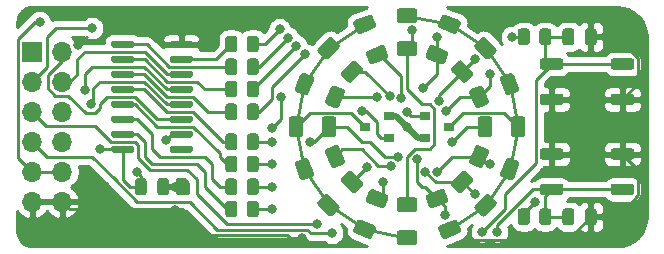
<source format=gbr>
%TF.GenerationSoftware,KiCad,Pcbnew,5.1.9-73d0e3b20d~88~ubuntu20.04.1*%
%TF.CreationDate,2021-03-27T19:40:49+01:00*%
%TF.ProjectId,circledisplay,63697263-6c65-4646-9973-706c61792e6b,rev?*%
%TF.SameCoordinates,Original*%
%TF.FileFunction,Copper,L1,Top*%
%TF.FilePolarity,Positive*%
%FSLAX46Y46*%
G04 Gerber Fmt 4.6, Leading zero omitted, Abs format (unit mm)*
G04 Created by KiCad (PCBNEW 5.1.9-73d0e3b20d~88~ubuntu20.04.1) date 2021-03-27 19:40:49*
%MOMM*%
%LPD*%
G01*
G04 APERTURE LIST*
%TA.AperFunction,ComponentPad*%
%ADD10R,1.700000X1.700000*%
%TD*%
%TA.AperFunction,ComponentPad*%
%ADD11O,1.700000X1.700000*%
%TD*%
%TA.AperFunction,SMDPad,CuDef*%
%ADD12R,0.900000X0.800000*%
%TD*%
%TA.AperFunction,ViaPad*%
%ADD13C,0.800000*%
%TD*%
%TA.AperFunction,Conductor*%
%ADD14C,0.250000*%
%TD*%
%TA.AperFunction,Conductor*%
%ADD15C,0.500000*%
%TD*%
%TA.AperFunction,Conductor*%
%ADD16C,0.254000*%
%TD*%
%TA.AperFunction,Conductor*%
%ADD17C,0.100000*%
%TD*%
G04 APERTURE END LIST*
%TO.P,C1,1*%
%TO.N,VCC*%
%TA.AperFunction,SMDPad,CuDef*%
G36*
G01*
X117655000Y-59215000D02*
X117655000Y-60165000D01*
G75*
G02*
X117405000Y-60415000I-250000J0D01*
G01*
X116905000Y-60415000D01*
G75*
G02*
X116655000Y-60165000I0J250000D01*
G01*
X116655000Y-59215000D01*
G75*
G02*
X116905000Y-58965000I250000J0D01*
G01*
X117405000Y-58965000D01*
G75*
G02*
X117655000Y-59215000I0J-250000D01*
G01*
G37*
%TD.AperFunction*%
%TO.P,C1,2*%
%TO.N,BTN1*%
%TA.AperFunction,SMDPad,CuDef*%
G36*
G01*
X115755000Y-59215000D02*
X115755000Y-60165000D01*
G75*
G02*
X115505000Y-60415000I-250000J0D01*
G01*
X115005000Y-60415000D01*
G75*
G02*
X114755000Y-60165000I0J250000D01*
G01*
X114755000Y-59215000D01*
G75*
G02*
X115005000Y-58965000I250000J0D01*
G01*
X115505000Y-58965000D01*
G75*
G02*
X115755000Y-59215000I0J-250000D01*
G01*
G37*
%TD.AperFunction*%
%TD*%
%TO.P,C2,2*%
%TO.N,BTN2*%
%TA.AperFunction,SMDPad,CuDef*%
G36*
G01*
X115755000Y-74455000D02*
X115755000Y-75405000D01*
G75*
G02*
X115505000Y-75655000I-250000J0D01*
G01*
X115005000Y-75655000D01*
G75*
G02*
X114755000Y-75405000I0J250000D01*
G01*
X114755000Y-74455000D01*
G75*
G02*
X115005000Y-74205000I250000J0D01*
G01*
X115505000Y-74205000D01*
G75*
G02*
X115755000Y-74455000I0J-250000D01*
G01*
G37*
%TD.AperFunction*%
%TO.P,C2,1*%
%TO.N,VCC*%
%TA.AperFunction,SMDPad,CuDef*%
G36*
G01*
X117655000Y-74455000D02*
X117655000Y-75405000D01*
G75*
G02*
X117405000Y-75655000I-250000J0D01*
G01*
X116905000Y-75655000D01*
G75*
G02*
X116655000Y-75405000I0J250000D01*
G01*
X116655000Y-74455000D01*
G75*
G02*
X116905000Y-74205000I250000J0D01*
G01*
X117405000Y-74205000D01*
G75*
G02*
X117655000Y-74455000I0J-250000D01*
G01*
G37*
%TD.AperFunction*%
%TD*%
%TO.P,C3,1*%
%TO.N,VCC*%
%TA.AperFunction,SMDPad,CuDef*%
G36*
G01*
X81460000Y-71915000D02*
X81460000Y-72865000D01*
G75*
G02*
X81210000Y-73115000I-250000J0D01*
G01*
X80710000Y-73115000D01*
G75*
G02*
X80460000Y-72865000I0J250000D01*
G01*
X80460000Y-71915000D01*
G75*
G02*
X80710000Y-71665000I250000J0D01*
G01*
X81210000Y-71665000D01*
G75*
G02*
X81460000Y-71915000I0J-250000D01*
G01*
G37*
%TD.AperFunction*%
%TO.P,C3,2*%
%TO.N,GND*%
%TA.AperFunction,SMDPad,CuDef*%
G36*
G01*
X79560000Y-71915000D02*
X79560000Y-72865000D01*
G75*
G02*
X79310000Y-73115000I-250000J0D01*
G01*
X78810000Y-73115000D01*
G75*
G02*
X78560000Y-72865000I0J250000D01*
G01*
X78560000Y-71915000D01*
G75*
G02*
X78810000Y-71665000I250000J0D01*
G01*
X79310000Y-71665000D01*
G75*
G02*
X79560000Y-71915000I0J-250000D01*
G01*
G37*
%TD.AperFunction*%
%TD*%
%TO.P,D1,1*%
%TO.N,Net-(D1-Pad1)*%
%TA.AperFunction,SMDPad,CuDef*%
G36*
G01*
X100975000Y-57285000D02*
X102225000Y-57285000D01*
G75*
G02*
X102475000Y-57535000I0J-250000D01*
G01*
X102475000Y-58285000D01*
G75*
G02*
X102225000Y-58535000I-250000J0D01*
G01*
X100975000Y-58535000D01*
G75*
G02*
X100725000Y-58285000I0J250000D01*
G01*
X100725000Y-57535000D01*
G75*
G02*
X100975000Y-57285000I250000J0D01*
G01*
G37*
%TD.AperFunction*%
%TO.P,D1,2*%
%TO.N,Net-(D1-Pad2)*%
%TA.AperFunction,SMDPad,CuDef*%
G36*
G01*
X100975000Y-60085000D02*
X102225000Y-60085000D01*
G75*
G02*
X102475000Y-60335000I0J-250000D01*
G01*
X102475000Y-61085000D01*
G75*
G02*
X102225000Y-61335000I-250000J0D01*
G01*
X100975000Y-61335000D01*
G75*
G02*
X100725000Y-61085000I0J250000D01*
G01*
X100725000Y-60335000D01*
G75*
G02*
X100975000Y-60085000I250000J0D01*
G01*
G37*
%TD.AperFunction*%
%TD*%
%TO.P,D2,2*%
%TO.N,Net-(D10-Pad2)*%
%TA.AperFunction,SMDPad,CuDef*%
G36*
G01*
X103787463Y-60395793D02*
X104942312Y-60874147D01*
G75*
G02*
X105077611Y-61200788I-95671J-230970D01*
G01*
X104790598Y-61893698D01*
G75*
G02*
X104463957Y-62028997I-230970J95671D01*
G01*
X103309108Y-61550643D01*
G75*
G02*
X103173809Y-61224002I95671J230970D01*
G01*
X103460822Y-60531092D01*
G75*
G02*
X103787463Y-60395793I230970J-95671D01*
G01*
G37*
%TD.AperFunction*%
%TO.P,D2,1*%
%TO.N,Net-(D1-Pad1)*%
%TA.AperFunction,SMDPad,CuDef*%
G36*
G01*
X104858977Y-57808931D02*
X106013826Y-58287285D01*
G75*
G02*
X106149125Y-58613926I-95671J-230970D01*
G01*
X105862112Y-59306836D01*
G75*
G02*
X105535471Y-59442135I-230970J95671D01*
G01*
X104380622Y-58963781D01*
G75*
G02*
X104245323Y-58637140I95671J230970D01*
G01*
X104532336Y-57944230D01*
G75*
G02*
X104858977Y-57808931I230970J-95671D01*
G01*
G37*
%TD.AperFunction*%
%TD*%
%TO.P,D3,1*%
%TO.N,Net-(D1-Pad1)*%
%TA.AperFunction,SMDPad,CuDef*%
G36*
G01*
X108246803Y-59779313D02*
X109130687Y-60663197D01*
G75*
G02*
X109130687Y-61016751I-176777J-176777D01*
G01*
X108600357Y-61547081D01*
G75*
G02*
X108246803Y-61547081I-176777J176777D01*
G01*
X107362919Y-60663197D01*
G75*
G02*
X107362919Y-60309643I176777J176777D01*
G01*
X107893249Y-59779313D01*
G75*
G02*
X108246803Y-59779313I176777J-176777D01*
G01*
G37*
%TD.AperFunction*%
%TO.P,D3,2*%
%TO.N,Net-(D11-Pad2)*%
%TA.AperFunction,SMDPad,CuDef*%
G36*
G01*
X106266905Y-61759211D02*
X107150789Y-62643095D01*
G75*
G02*
X107150789Y-62996649I-176777J-176777D01*
G01*
X106620459Y-63526979D01*
G75*
G02*
X106266905Y-63526979I-176777J176777D01*
G01*
X105383021Y-62643095D01*
G75*
G02*
X105383021Y-62289541I176777J176777D01*
G01*
X105913351Y-61759211D01*
G75*
G02*
X106266905Y-61759211I176777J-176777D01*
G01*
G37*
%TD.AperFunction*%
%TD*%
%TO.P,D4,2*%
%TO.N,Net-(D12-Pad2)*%
%TA.AperFunction,SMDPad,CuDef*%
G36*
G01*
X108035853Y-63967688D02*
X108514207Y-65122537D01*
G75*
G02*
X108378908Y-65449178I-230970J-95671D01*
G01*
X107685998Y-65736191D01*
G75*
G02*
X107359357Y-65600892I-95671J230970D01*
G01*
X106881003Y-64446043D01*
G75*
G02*
X107016302Y-64119402I230970J95671D01*
G01*
X107709212Y-63832389D01*
G75*
G02*
X108035853Y-63967688I95671J-230970D01*
G01*
G37*
%TD.AperFunction*%
%TO.P,D4,1*%
%TO.N,Net-(D1-Pad1)*%
%TA.AperFunction,SMDPad,CuDef*%
G36*
G01*
X110622715Y-62896174D02*
X111101069Y-64051023D01*
G75*
G02*
X110965770Y-64377664I-230970J-95671D01*
G01*
X110272860Y-64664677D01*
G75*
G02*
X109946219Y-64529378I-95671J230970D01*
G01*
X109467865Y-63374529D01*
G75*
G02*
X109603164Y-63047888I230970J95671D01*
G01*
X110296074Y-62760875D01*
G75*
G02*
X110622715Y-62896174I95671J-230970D01*
G01*
G37*
%TD.AperFunction*%
%TD*%
%TO.P,D5,1*%
%TO.N,Net-(D1-Pad1)*%
%TA.AperFunction,SMDPad,CuDef*%
G36*
G01*
X111625000Y-66685000D02*
X111625000Y-67935000D01*
G75*
G02*
X111375000Y-68185000I-250000J0D01*
G01*
X110625000Y-68185000D01*
G75*
G02*
X110375000Y-67935000I0J250000D01*
G01*
X110375000Y-66685000D01*
G75*
G02*
X110625000Y-66435000I250000J0D01*
G01*
X111375000Y-66435000D01*
G75*
G02*
X111625000Y-66685000I0J-250000D01*
G01*
G37*
%TD.AperFunction*%
%TO.P,D5,2*%
%TO.N,Net-(D13-Pad2)*%
%TA.AperFunction,SMDPad,CuDef*%
G36*
G01*
X108825000Y-66685000D02*
X108825000Y-67935000D01*
G75*
G02*
X108575000Y-68185000I-250000J0D01*
G01*
X107825000Y-68185000D01*
G75*
G02*
X107575000Y-67935000I0J250000D01*
G01*
X107575000Y-66685000D01*
G75*
G02*
X107825000Y-66435000I250000J0D01*
G01*
X108575000Y-66435000D01*
G75*
G02*
X108825000Y-66685000I0J-250000D01*
G01*
G37*
%TD.AperFunction*%
%TD*%
%TO.P,D6,2*%
%TO.N,Net-(D14-Pad2)*%
%TA.AperFunction,SMDPad,CuDef*%
G36*
G01*
X108514207Y-69497463D02*
X108035853Y-70652312D01*
G75*
G02*
X107709212Y-70787611I-230970J95671D01*
G01*
X107016302Y-70500598D01*
G75*
G02*
X106881003Y-70173957I95671J230970D01*
G01*
X107359357Y-69019108D01*
G75*
G02*
X107685998Y-68883809I230970J-95671D01*
G01*
X108378908Y-69170822D01*
G75*
G02*
X108514207Y-69497463I-95671J-230970D01*
G01*
G37*
%TD.AperFunction*%
%TO.P,D6,1*%
%TO.N,Net-(D1-Pad1)*%
%TA.AperFunction,SMDPad,CuDef*%
G36*
G01*
X111101069Y-70568977D02*
X110622715Y-71723826D01*
G75*
G02*
X110296074Y-71859125I-230970J95671D01*
G01*
X109603164Y-71572112D01*
G75*
G02*
X109467865Y-71245471I95671J230970D01*
G01*
X109946219Y-70090622D01*
G75*
G02*
X110272860Y-69955323I230970J-95671D01*
G01*
X110965770Y-70242336D01*
G75*
G02*
X111101069Y-70568977I-95671J-230970D01*
G01*
G37*
%TD.AperFunction*%
%TD*%
%TO.P,D7,1*%
%TO.N,Net-(D1-Pad1)*%
%TA.AperFunction,SMDPad,CuDef*%
G36*
G01*
X109130687Y-73956803D02*
X108246803Y-74840687D01*
G75*
G02*
X107893249Y-74840687I-176777J176777D01*
G01*
X107362919Y-74310357D01*
G75*
G02*
X107362919Y-73956803I176777J176777D01*
G01*
X108246803Y-73072919D01*
G75*
G02*
X108600357Y-73072919I176777J-176777D01*
G01*
X109130687Y-73603249D01*
G75*
G02*
X109130687Y-73956803I-176777J-176777D01*
G01*
G37*
%TD.AperFunction*%
%TO.P,D7,2*%
%TO.N,Net-(D15-Pad2)*%
%TA.AperFunction,SMDPad,CuDef*%
G36*
G01*
X107150789Y-71976905D02*
X106266905Y-72860789D01*
G75*
G02*
X105913351Y-72860789I-176777J176777D01*
G01*
X105383021Y-72330459D01*
G75*
G02*
X105383021Y-71976905I176777J176777D01*
G01*
X106266905Y-71093021D01*
G75*
G02*
X106620459Y-71093021I176777J-176777D01*
G01*
X107150789Y-71623351D01*
G75*
G02*
X107150789Y-71976905I-176777J-176777D01*
G01*
G37*
%TD.AperFunction*%
%TD*%
%TO.P,D8,2*%
%TO.N,Net-(D16-Pad2)*%
%TA.AperFunction,SMDPad,CuDef*%
G36*
G01*
X104942312Y-73745853D02*
X103787463Y-74224207D01*
G75*
G02*
X103460822Y-74088908I-95671J230970D01*
G01*
X103173809Y-73395998D01*
G75*
G02*
X103309108Y-73069357I230970J95671D01*
G01*
X104463957Y-72591003D01*
G75*
G02*
X104790598Y-72726302I95671J-230970D01*
G01*
X105077611Y-73419212D01*
G75*
G02*
X104942312Y-73745853I-230970J-95671D01*
G01*
G37*
%TD.AperFunction*%
%TO.P,D8,1*%
%TO.N,Net-(D1-Pad1)*%
%TA.AperFunction,SMDPad,CuDef*%
G36*
G01*
X106013826Y-76332715D02*
X104858977Y-76811069D01*
G75*
G02*
X104532336Y-76675770I-95671J230970D01*
G01*
X104245323Y-75982860D01*
G75*
G02*
X104380622Y-75656219I230970J95671D01*
G01*
X105535471Y-75177865D01*
G75*
G02*
X105862112Y-75313164I95671J-230970D01*
G01*
X106149125Y-76006074D01*
G75*
G02*
X106013826Y-76332715I-230970J-95671D01*
G01*
G37*
%TD.AperFunction*%
%TD*%
%TO.P,D9,1*%
%TO.N,Net-(D10-Pad1)*%
%TA.AperFunction,SMDPad,CuDef*%
G36*
G01*
X102225000Y-77335000D02*
X100975000Y-77335000D01*
G75*
G02*
X100725000Y-77085000I0J250000D01*
G01*
X100725000Y-76335000D01*
G75*
G02*
X100975000Y-76085000I250000J0D01*
G01*
X102225000Y-76085000D01*
G75*
G02*
X102475000Y-76335000I0J-250000D01*
G01*
X102475000Y-77085000D01*
G75*
G02*
X102225000Y-77335000I-250000J0D01*
G01*
G37*
%TD.AperFunction*%
%TO.P,D9,2*%
%TO.N,Net-(D1-Pad2)*%
%TA.AperFunction,SMDPad,CuDef*%
G36*
G01*
X102225000Y-74535000D02*
X100975000Y-74535000D01*
G75*
G02*
X100725000Y-74285000I0J250000D01*
G01*
X100725000Y-73535000D01*
G75*
G02*
X100975000Y-73285000I250000J0D01*
G01*
X102225000Y-73285000D01*
G75*
G02*
X102475000Y-73535000I0J-250000D01*
G01*
X102475000Y-74285000D01*
G75*
G02*
X102225000Y-74535000I-250000J0D01*
G01*
G37*
%TD.AperFunction*%
%TD*%
%TO.P,D10,2*%
%TO.N,Net-(D10-Pad2)*%
%TA.AperFunction,SMDPad,CuDef*%
G36*
G01*
X99412537Y-74224207D02*
X98257688Y-73745853D01*
G75*
G02*
X98122389Y-73419212I95671J230970D01*
G01*
X98409402Y-72726302D01*
G75*
G02*
X98736043Y-72591003I230970J-95671D01*
G01*
X99890892Y-73069357D01*
G75*
G02*
X100026191Y-73395998I-95671J-230970D01*
G01*
X99739178Y-74088908D01*
G75*
G02*
X99412537Y-74224207I-230970J95671D01*
G01*
G37*
%TD.AperFunction*%
%TO.P,D10,1*%
%TO.N,Net-(D10-Pad1)*%
%TA.AperFunction,SMDPad,CuDef*%
G36*
G01*
X98341023Y-76811069D02*
X97186174Y-76332715D01*
G75*
G02*
X97050875Y-76006074I95671J230970D01*
G01*
X97337888Y-75313164D01*
G75*
G02*
X97664529Y-75177865I230970J-95671D01*
G01*
X98819378Y-75656219D01*
G75*
G02*
X98954677Y-75982860I-95671J-230970D01*
G01*
X98667664Y-76675770D01*
G75*
G02*
X98341023Y-76811069I-230970J95671D01*
G01*
G37*
%TD.AperFunction*%
%TD*%
%TO.P,D11,1*%
%TO.N,Net-(D10-Pad1)*%
%TA.AperFunction,SMDPad,CuDef*%
G36*
G01*
X94953197Y-74840687D02*
X94069313Y-73956803D01*
G75*
G02*
X94069313Y-73603249I176777J176777D01*
G01*
X94599643Y-73072919D01*
G75*
G02*
X94953197Y-73072919I176777J-176777D01*
G01*
X95837081Y-73956803D01*
G75*
G02*
X95837081Y-74310357I-176777J-176777D01*
G01*
X95306751Y-74840687D01*
G75*
G02*
X94953197Y-74840687I-176777J176777D01*
G01*
G37*
%TD.AperFunction*%
%TO.P,D11,2*%
%TO.N,Net-(D11-Pad2)*%
%TA.AperFunction,SMDPad,CuDef*%
G36*
G01*
X96933095Y-72860789D02*
X96049211Y-71976905D01*
G75*
G02*
X96049211Y-71623351I176777J176777D01*
G01*
X96579541Y-71093021D01*
G75*
G02*
X96933095Y-71093021I176777J-176777D01*
G01*
X97816979Y-71976905D01*
G75*
G02*
X97816979Y-72330459I-176777J-176777D01*
G01*
X97286649Y-72860789D01*
G75*
G02*
X96933095Y-72860789I-176777J176777D01*
G01*
G37*
%TD.AperFunction*%
%TD*%
%TO.P,D12,2*%
%TO.N,Net-(D12-Pad2)*%
%TA.AperFunction,SMDPad,CuDef*%
G36*
G01*
X95164147Y-70652312D02*
X94685793Y-69497463D01*
G75*
G02*
X94821092Y-69170822I230970J95671D01*
G01*
X95514002Y-68883809D01*
G75*
G02*
X95840643Y-69019108I95671J-230970D01*
G01*
X96318997Y-70173957D01*
G75*
G02*
X96183698Y-70500598I-230970J-95671D01*
G01*
X95490788Y-70787611D01*
G75*
G02*
X95164147Y-70652312I-95671J230970D01*
G01*
G37*
%TD.AperFunction*%
%TO.P,D12,1*%
%TO.N,Net-(D10-Pad1)*%
%TA.AperFunction,SMDPad,CuDef*%
G36*
G01*
X92577285Y-71723826D02*
X92098931Y-70568977D01*
G75*
G02*
X92234230Y-70242336I230970J95671D01*
G01*
X92927140Y-69955323D01*
G75*
G02*
X93253781Y-70090622I95671J-230970D01*
G01*
X93732135Y-71245471D01*
G75*
G02*
X93596836Y-71572112I-230970J-95671D01*
G01*
X92903926Y-71859125D01*
G75*
G02*
X92577285Y-71723826I-95671J230970D01*
G01*
G37*
%TD.AperFunction*%
%TD*%
%TO.P,D13,1*%
%TO.N,Net-(D10-Pad1)*%
%TA.AperFunction,SMDPad,CuDef*%
G36*
G01*
X91575000Y-67935000D02*
X91575000Y-66685000D01*
G75*
G02*
X91825000Y-66435000I250000J0D01*
G01*
X92575000Y-66435000D01*
G75*
G02*
X92825000Y-66685000I0J-250000D01*
G01*
X92825000Y-67935000D01*
G75*
G02*
X92575000Y-68185000I-250000J0D01*
G01*
X91825000Y-68185000D01*
G75*
G02*
X91575000Y-67935000I0J250000D01*
G01*
G37*
%TD.AperFunction*%
%TO.P,D13,2*%
%TO.N,Net-(D13-Pad2)*%
%TA.AperFunction,SMDPad,CuDef*%
G36*
G01*
X94375000Y-67935000D02*
X94375000Y-66685000D01*
G75*
G02*
X94625000Y-66435000I250000J0D01*
G01*
X95375000Y-66435000D01*
G75*
G02*
X95625000Y-66685000I0J-250000D01*
G01*
X95625000Y-67935000D01*
G75*
G02*
X95375000Y-68185000I-250000J0D01*
G01*
X94625000Y-68185000D01*
G75*
G02*
X94375000Y-67935000I0J250000D01*
G01*
G37*
%TD.AperFunction*%
%TD*%
%TO.P,D14,2*%
%TO.N,Net-(D14-Pad2)*%
%TA.AperFunction,SMDPad,CuDef*%
G36*
G01*
X94685793Y-65122537D02*
X95164147Y-63967688D01*
G75*
G02*
X95490788Y-63832389I230970J-95671D01*
G01*
X96183698Y-64119402D01*
G75*
G02*
X96318997Y-64446043I-95671J-230970D01*
G01*
X95840643Y-65600892D01*
G75*
G02*
X95514002Y-65736191I-230970J95671D01*
G01*
X94821092Y-65449178D01*
G75*
G02*
X94685793Y-65122537I95671J230970D01*
G01*
G37*
%TD.AperFunction*%
%TO.P,D14,1*%
%TO.N,Net-(D10-Pad1)*%
%TA.AperFunction,SMDPad,CuDef*%
G36*
G01*
X92098931Y-64051023D02*
X92577285Y-62896174D01*
G75*
G02*
X92903926Y-62760875I230970J-95671D01*
G01*
X93596836Y-63047888D01*
G75*
G02*
X93732135Y-63374529I-95671J-230970D01*
G01*
X93253781Y-64529378D01*
G75*
G02*
X92927140Y-64664677I-230970J95671D01*
G01*
X92234230Y-64377664D01*
G75*
G02*
X92098931Y-64051023I95671J230970D01*
G01*
G37*
%TD.AperFunction*%
%TD*%
%TO.P,D15,1*%
%TO.N,Net-(D10-Pad1)*%
%TA.AperFunction,SMDPad,CuDef*%
G36*
G01*
X94069313Y-60663197D02*
X94953197Y-59779313D01*
G75*
G02*
X95306751Y-59779313I176777J-176777D01*
G01*
X95837081Y-60309643D01*
G75*
G02*
X95837081Y-60663197I-176777J-176777D01*
G01*
X94953197Y-61547081D01*
G75*
G02*
X94599643Y-61547081I-176777J176777D01*
G01*
X94069313Y-61016751D01*
G75*
G02*
X94069313Y-60663197I176777J176777D01*
G01*
G37*
%TD.AperFunction*%
%TO.P,D15,2*%
%TO.N,Net-(D15-Pad2)*%
%TA.AperFunction,SMDPad,CuDef*%
G36*
G01*
X96049211Y-62643095D02*
X96933095Y-61759211D01*
G75*
G02*
X97286649Y-61759211I176777J-176777D01*
G01*
X97816979Y-62289541D01*
G75*
G02*
X97816979Y-62643095I-176777J-176777D01*
G01*
X96933095Y-63526979D01*
G75*
G02*
X96579541Y-63526979I-176777J176777D01*
G01*
X96049211Y-62996649D01*
G75*
G02*
X96049211Y-62643095I176777J176777D01*
G01*
G37*
%TD.AperFunction*%
%TD*%
%TO.P,D16,2*%
%TO.N,Net-(D16-Pad2)*%
%TA.AperFunction,SMDPad,CuDef*%
G36*
G01*
X98257688Y-60874147D02*
X99412537Y-60395793D01*
G75*
G02*
X99739178Y-60531092I95671J-230970D01*
G01*
X100026191Y-61224002D01*
G75*
G02*
X99890892Y-61550643I-230970J-95671D01*
G01*
X98736043Y-62028997D01*
G75*
G02*
X98409402Y-61893698I-95671J230970D01*
G01*
X98122389Y-61200788D01*
G75*
G02*
X98257688Y-60874147I230970J95671D01*
G01*
G37*
%TD.AperFunction*%
%TO.P,D16,1*%
%TO.N,Net-(D10-Pad1)*%
%TA.AperFunction,SMDPad,CuDef*%
G36*
G01*
X97186174Y-58287285D02*
X98341023Y-57808931D01*
G75*
G02*
X98667664Y-57944230I95671J-230970D01*
G01*
X98954677Y-58637140D01*
G75*
G02*
X98819378Y-58963781I-230970J-95671D01*
G01*
X97664529Y-59442135D01*
G75*
G02*
X97337888Y-59306836I-95671J230970D01*
G01*
X97050875Y-58613926D01*
G75*
G02*
X97186174Y-58287285I230970J95671D01*
G01*
G37*
%TD.AperFunction*%
%TD*%
D10*
%TO.P,J1,1*%
%TO.N,A*%
X69850000Y-60960000D03*
D11*
%TO.P,J1,2*%
%TO.N,CLK*%
X72390000Y-60960000D03*
%TO.P,J1,3*%
%TO.N,B*%
X69850000Y-63500000D03*
%TO.P,J1,4*%
%TO.N,SER*%
X72390000Y-63500000D03*
%TO.P,J1,5*%
%TO.N,BTN1*%
X69850000Y-66040000D03*
%TO.P,J1,6*%
%TO.N,LAT*%
X72390000Y-66040000D03*
%TO.P,J1,7*%
%TO.N,BTN2*%
X69850000Y-68580000D03*
%TO.P,J1,8*%
%TO.N,OE*%
X72390000Y-68580000D03*
%TO.P,J1,9*%
%TO.N,GND*%
X69850000Y-71120000D03*
%TO.P,J1,10*%
X72390000Y-71120000D03*
%TO.P,J1,11*%
%TO.N,VCC*%
X69850000Y-73660000D03*
%TO.P,J1,12*%
X72390000Y-73660000D03*
%TD*%
D12*
%TO.P,Q1,1*%
%TO.N,A*%
X103140000Y-66360000D03*
%TO.P,Q1,2*%
%TO.N,GND*%
X103140000Y-68260000D03*
%TO.P,Q1,3*%
%TO.N,Net-(D1-Pad1)*%
X105140000Y-67310000D03*
%TD*%
%TO.P,Q2,3*%
%TO.N,Net-(D10-Pad1)*%
X98060000Y-67310000D03*
%TO.P,Q2,2*%
%TO.N,GND*%
X100060000Y-66360000D03*
%TO.P,Q2,1*%
%TO.N,B*%
X100060000Y-68260000D03*
%TD*%
%TO.P,R1,1*%
%TO.N,BTN1*%
%TA.AperFunction,SMDPad,CuDef*%
G36*
G01*
X113820000Y-59239998D02*
X113820000Y-60140002D01*
G75*
G02*
X113570002Y-60390000I-249998J0D01*
G01*
X113044998Y-60390000D01*
G75*
G02*
X112795000Y-60140002I0J249998D01*
G01*
X112795000Y-59239998D01*
G75*
G02*
X113044998Y-58990000I249998J0D01*
G01*
X113570002Y-58990000D01*
G75*
G02*
X113820000Y-59239998I0J-249998D01*
G01*
G37*
%TD.AperFunction*%
%TO.P,R1,2*%
%TO.N,GND*%
%TA.AperFunction,SMDPad,CuDef*%
G36*
G01*
X111995000Y-59239998D02*
X111995000Y-60140002D01*
G75*
G02*
X111745002Y-60390000I-249998J0D01*
G01*
X111219998Y-60390000D01*
G75*
G02*
X110970000Y-60140002I0J249998D01*
G01*
X110970000Y-59239998D01*
G75*
G02*
X111219998Y-58990000I249998J0D01*
G01*
X111745002Y-58990000D01*
G75*
G02*
X111995000Y-59239998I0J-249998D01*
G01*
G37*
%TD.AperFunction*%
%TD*%
%TO.P,R2,2*%
%TO.N,GND*%
%TA.AperFunction,SMDPad,CuDef*%
G36*
G01*
X111995000Y-74479998D02*
X111995000Y-75380002D01*
G75*
G02*
X111745002Y-75630000I-249998J0D01*
G01*
X111219998Y-75630000D01*
G75*
G02*
X110970000Y-75380002I0J249998D01*
G01*
X110970000Y-74479998D01*
G75*
G02*
X111219998Y-74230000I249998J0D01*
G01*
X111745002Y-74230000D01*
G75*
G02*
X111995000Y-74479998I0J-249998D01*
G01*
G37*
%TD.AperFunction*%
%TO.P,R2,1*%
%TO.N,BTN2*%
%TA.AperFunction,SMDPad,CuDef*%
G36*
G01*
X113820000Y-74479998D02*
X113820000Y-75380002D01*
G75*
G02*
X113570002Y-75630000I-249998J0D01*
G01*
X113044998Y-75630000D01*
G75*
G02*
X112795000Y-75380002I0J249998D01*
G01*
X112795000Y-74479998D01*
G75*
G02*
X113044998Y-74230000I249998J0D01*
G01*
X113570002Y-74230000D01*
G75*
G02*
X113820000Y-74479998I0J-249998D01*
G01*
G37*
%TD.AperFunction*%
%TD*%
%TO.P,R3,1*%
%TO.N,Net-(D1-Pad2)*%
%TA.AperFunction,SMDPad,CuDef*%
G36*
G01*
X89055000Y-59874998D02*
X89055000Y-60775002D01*
G75*
G02*
X88805002Y-61025000I-249998J0D01*
G01*
X88279998Y-61025000D01*
G75*
G02*
X88030000Y-60775002I0J249998D01*
G01*
X88030000Y-59874998D01*
G75*
G02*
X88279998Y-59625000I249998J0D01*
G01*
X88805002Y-59625000D01*
G75*
G02*
X89055000Y-59874998I0J-249998D01*
G01*
G37*
%TD.AperFunction*%
%TO.P,R3,2*%
%TO.N,LED1*%
%TA.AperFunction,SMDPad,CuDef*%
G36*
G01*
X87230000Y-59874998D02*
X87230000Y-60775002D01*
G75*
G02*
X86980002Y-61025000I-249998J0D01*
G01*
X86454998Y-61025000D01*
G75*
G02*
X86205000Y-60775002I0J249998D01*
G01*
X86205000Y-59874998D01*
G75*
G02*
X86454998Y-59625000I249998J0D01*
G01*
X86980002Y-59625000D01*
G75*
G02*
X87230000Y-59874998I0J-249998D01*
G01*
G37*
%TD.AperFunction*%
%TD*%
%TO.P,R4,1*%
%TO.N,Net-(D10-Pad2)*%
%TA.AperFunction,SMDPad,CuDef*%
G36*
G01*
X89055000Y-61779998D02*
X89055000Y-62680002D01*
G75*
G02*
X88805002Y-62930000I-249998J0D01*
G01*
X88279998Y-62930000D01*
G75*
G02*
X88030000Y-62680002I0J249998D01*
G01*
X88030000Y-61779998D01*
G75*
G02*
X88279998Y-61530000I249998J0D01*
G01*
X88805002Y-61530000D01*
G75*
G02*
X89055000Y-61779998I0J-249998D01*
G01*
G37*
%TD.AperFunction*%
%TO.P,R4,2*%
%TO.N,LED2*%
%TA.AperFunction,SMDPad,CuDef*%
G36*
G01*
X87230000Y-61779998D02*
X87230000Y-62680002D01*
G75*
G02*
X86980002Y-62930000I-249998J0D01*
G01*
X86454998Y-62930000D01*
G75*
G02*
X86205000Y-62680002I0J249998D01*
G01*
X86205000Y-61779998D01*
G75*
G02*
X86454998Y-61530000I249998J0D01*
G01*
X86980002Y-61530000D01*
G75*
G02*
X87230000Y-61779998I0J-249998D01*
G01*
G37*
%TD.AperFunction*%
%TD*%
%TO.P,R5,2*%
%TO.N,LED3*%
%TA.AperFunction,SMDPad,CuDef*%
G36*
G01*
X87230000Y-63684998D02*
X87230000Y-64585002D01*
G75*
G02*
X86980002Y-64835000I-249998J0D01*
G01*
X86454998Y-64835000D01*
G75*
G02*
X86205000Y-64585002I0J249998D01*
G01*
X86205000Y-63684998D01*
G75*
G02*
X86454998Y-63435000I249998J0D01*
G01*
X86980002Y-63435000D01*
G75*
G02*
X87230000Y-63684998I0J-249998D01*
G01*
G37*
%TD.AperFunction*%
%TO.P,R5,1*%
%TO.N,Net-(D11-Pad2)*%
%TA.AperFunction,SMDPad,CuDef*%
G36*
G01*
X89055000Y-63684998D02*
X89055000Y-64585002D01*
G75*
G02*
X88805002Y-64835000I-249998J0D01*
G01*
X88279998Y-64835000D01*
G75*
G02*
X88030000Y-64585002I0J249998D01*
G01*
X88030000Y-63684998D01*
G75*
G02*
X88279998Y-63435000I249998J0D01*
G01*
X88805002Y-63435000D01*
G75*
G02*
X89055000Y-63684998I0J-249998D01*
G01*
G37*
%TD.AperFunction*%
%TD*%
%TO.P,R6,2*%
%TO.N,LED4*%
%TA.AperFunction,SMDPad,CuDef*%
G36*
G01*
X87230000Y-65589998D02*
X87230000Y-66490002D01*
G75*
G02*
X86980002Y-66740000I-249998J0D01*
G01*
X86454998Y-66740000D01*
G75*
G02*
X86205000Y-66490002I0J249998D01*
G01*
X86205000Y-65589998D01*
G75*
G02*
X86454998Y-65340000I249998J0D01*
G01*
X86980002Y-65340000D01*
G75*
G02*
X87230000Y-65589998I0J-249998D01*
G01*
G37*
%TD.AperFunction*%
%TO.P,R6,1*%
%TO.N,Net-(D12-Pad2)*%
%TA.AperFunction,SMDPad,CuDef*%
G36*
G01*
X89055000Y-65589998D02*
X89055000Y-66490002D01*
G75*
G02*
X88805002Y-66740000I-249998J0D01*
G01*
X88279998Y-66740000D01*
G75*
G02*
X88030000Y-66490002I0J249998D01*
G01*
X88030000Y-65589998D01*
G75*
G02*
X88279998Y-65340000I249998J0D01*
G01*
X88805002Y-65340000D01*
G75*
G02*
X89055000Y-65589998I0J-249998D01*
G01*
G37*
%TD.AperFunction*%
%TD*%
%TO.P,R7,1*%
%TO.N,Net-(D13-Pad2)*%
%TA.AperFunction,SMDPad,CuDef*%
G36*
G01*
X89055000Y-68129998D02*
X89055000Y-69030002D01*
G75*
G02*
X88805002Y-69280000I-249998J0D01*
G01*
X88279998Y-69280000D01*
G75*
G02*
X88030000Y-69030002I0J249998D01*
G01*
X88030000Y-68129998D01*
G75*
G02*
X88279998Y-67880000I249998J0D01*
G01*
X88805002Y-67880000D01*
G75*
G02*
X89055000Y-68129998I0J-249998D01*
G01*
G37*
%TD.AperFunction*%
%TO.P,R7,2*%
%TO.N,LED5*%
%TA.AperFunction,SMDPad,CuDef*%
G36*
G01*
X87230000Y-68129998D02*
X87230000Y-69030002D01*
G75*
G02*
X86980002Y-69280000I-249998J0D01*
G01*
X86454998Y-69280000D01*
G75*
G02*
X86205000Y-69030002I0J249998D01*
G01*
X86205000Y-68129998D01*
G75*
G02*
X86454998Y-67880000I249998J0D01*
G01*
X86980002Y-67880000D01*
G75*
G02*
X87230000Y-68129998I0J-249998D01*
G01*
G37*
%TD.AperFunction*%
%TD*%
%TO.P,R8,2*%
%TO.N,LED6*%
%TA.AperFunction,SMDPad,CuDef*%
G36*
G01*
X87230000Y-70034998D02*
X87230000Y-70935002D01*
G75*
G02*
X86980002Y-71185000I-249998J0D01*
G01*
X86454998Y-71185000D01*
G75*
G02*
X86205000Y-70935002I0J249998D01*
G01*
X86205000Y-70034998D01*
G75*
G02*
X86454998Y-69785000I249998J0D01*
G01*
X86980002Y-69785000D01*
G75*
G02*
X87230000Y-70034998I0J-249998D01*
G01*
G37*
%TD.AperFunction*%
%TO.P,R8,1*%
%TO.N,Net-(D14-Pad2)*%
%TA.AperFunction,SMDPad,CuDef*%
G36*
G01*
X89055000Y-70034998D02*
X89055000Y-70935002D01*
G75*
G02*
X88805002Y-71185000I-249998J0D01*
G01*
X88279998Y-71185000D01*
G75*
G02*
X88030000Y-70935002I0J249998D01*
G01*
X88030000Y-70034998D01*
G75*
G02*
X88279998Y-69785000I249998J0D01*
G01*
X88805002Y-69785000D01*
G75*
G02*
X89055000Y-70034998I0J-249998D01*
G01*
G37*
%TD.AperFunction*%
%TD*%
%TO.P,R9,2*%
%TO.N,LED7*%
%TA.AperFunction,SMDPad,CuDef*%
G36*
G01*
X87230000Y-71939998D02*
X87230000Y-72840002D01*
G75*
G02*
X86980002Y-73090000I-249998J0D01*
G01*
X86454998Y-73090000D01*
G75*
G02*
X86205000Y-72840002I0J249998D01*
G01*
X86205000Y-71939998D01*
G75*
G02*
X86454998Y-71690000I249998J0D01*
G01*
X86980002Y-71690000D01*
G75*
G02*
X87230000Y-71939998I0J-249998D01*
G01*
G37*
%TD.AperFunction*%
%TO.P,R9,1*%
%TO.N,Net-(D15-Pad2)*%
%TA.AperFunction,SMDPad,CuDef*%
G36*
G01*
X89055000Y-71939998D02*
X89055000Y-72840002D01*
G75*
G02*
X88805002Y-73090000I-249998J0D01*
G01*
X88279998Y-73090000D01*
G75*
G02*
X88030000Y-72840002I0J249998D01*
G01*
X88030000Y-71939998D01*
G75*
G02*
X88279998Y-71690000I249998J0D01*
G01*
X88805002Y-71690000D01*
G75*
G02*
X89055000Y-71939998I0J-249998D01*
G01*
G37*
%TD.AperFunction*%
%TD*%
%TO.P,R10,1*%
%TO.N,Net-(D16-Pad2)*%
%TA.AperFunction,SMDPad,CuDef*%
G36*
G01*
X89055000Y-73844998D02*
X89055000Y-74745002D01*
G75*
G02*
X88805002Y-74995000I-249998J0D01*
G01*
X88279998Y-74995000D01*
G75*
G02*
X88030000Y-74745002I0J249998D01*
G01*
X88030000Y-73844998D01*
G75*
G02*
X88279998Y-73595000I249998J0D01*
G01*
X88805002Y-73595000D01*
G75*
G02*
X89055000Y-73844998I0J-249998D01*
G01*
G37*
%TD.AperFunction*%
%TO.P,R10,2*%
%TO.N,LED8*%
%TA.AperFunction,SMDPad,CuDef*%
G36*
G01*
X87230000Y-73844998D02*
X87230000Y-74745002D01*
G75*
G02*
X86980002Y-74995000I-249998J0D01*
G01*
X86454998Y-74995000D01*
G75*
G02*
X86205000Y-74745002I0J249998D01*
G01*
X86205000Y-73844998D01*
G75*
G02*
X86454998Y-73595000I249998J0D01*
G01*
X86980002Y-73595000D01*
G75*
G02*
X87230000Y-73844998I0J-249998D01*
G01*
G37*
%TD.AperFunction*%
%TD*%
%TO.P,SW1,2*%
%TO.N,VCC*%
%TA.AperFunction,SMDPad,CuDef*%
G36*
G01*
X118840000Y-65250000D02*
X118840000Y-64750000D01*
G75*
G02*
X119090000Y-64500000I250000J0D01*
G01*
X120590000Y-64500000D01*
G75*
G02*
X120840000Y-64750000I0J-250000D01*
G01*
X120840000Y-65250000D01*
G75*
G02*
X120590000Y-65500000I-250000J0D01*
G01*
X119090000Y-65500000D01*
G75*
G02*
X118840000Y-65250000I0J250000D01*
G01*
G37*
%TD.AperFunction*%
%TO.P,SW1,1*%
%TO.N,BTN1*%
%TA.AperFunction,SMDPad,CuDef*%
G36*
G01*
X118840000Y-62250000D02*
X118840000Y-61750000D01*
G75*
G02*
X119090000Y-61500000I250000J0D01*
G01*
X120590000Y-61500000D01*
G75*
G02*
X120840000Y-61750000I0J-250000D01*
G01*
X120840000Y-62250000D01*
G75*
G02*
X120590000Y-62500000I-250000J0D01*
G01*
X119090000Y-62500000D01*
G75*
G02*
X118840000Y-62250000I0J250000D01*
G01*
G37*
%TD.AperFunction*%
%TO.P,SW1,2*%
%TO.N,VCC*%
%TA.AperFunction,SMDPad,CuDef*%
G36*
G01*
X112840000Y-65250000D02*
X112840000Y-64750000D01*
G75*
G02*
X113090000Y-64500000I250000J0D01*
G01*
X114590000Y-64500000D01*
G75*
G02*
X114840000Y-64750000I0J-250000D01*
G01*
X114840000Y-65250000D01*
G75*
G02*
X114590000Y-65500000I-250000J0D01*
G01*
X113090000Y-65500000D01*
G75*
G02*
X112840000Y-65250000I0J250000D01*
G01*
G37*
%TD.AperFunction*%
%TO.P,SW1,1*%
%TO.N,BTN1*%
%TA.AperFunction,SMDPad,CuDef*%
G36*
G01*
X112840000Y-62250000D02*
X112840000Y-61750000D01*
G75*
G02*
X113090000Y-61500000I250000J0D01*
G01*
X114590000Y-61500000D01*
G75*
G02*
X114840000Y-61750000I0J-250000D01*
G01*
X114840000Y-62250000D01*
G75*
G02*
X114590000Y-62500000I-250000J0D01*
G01*
X113090000Y-62500000D01*
G75*
G02*
X112840000Y-62250000I0J250000D01*
G01*
G37*
%TD.AperFunction*%
%TD*%
%TO.P,SW2,1*%
%TO.N,BTN2*%
%TA.AperFunction,SMDPad,CuDef*%
G36*
G01*
X120840000Y-72370000D02*
X120840000Y-72870000D01*
G75*
G02*
X120590000Y-73120000I-250000J0D01*
G01*
X119090000Y-73120000D01*
G75*
G02*
X118840000Y-72870000I0J250000D01*
G01*
X118840000Y-72370000D01*
G75*
G02*
X119090000Y-72120000I250000J0D01*
G01*
X120590000Y-72120000D01*
G75*
G02*
X120840000Y-72370000I0J-250000D01*
G01*
G37*
%TD.AperFunction*%
%TO.P,SW2,2*%
%TO.N,VCC*%
%TA.AperFunction,SMDPad,CuDef*%
G36*
G01*
X120840000Y-69370000D02*
X120840000Y-69870000D01*
G75*
G02*
X120590000Y-70120000I-250000J0D01*
G01*
X119090000Y-70120000D01*
G75*
G02*
X118840000Y-69870000I0J250000D01*
G01*
X118840000Y-69370000D01*
G75*
G02*
X119090000Y-69120000I250000J0D01*
G01*
X120590000Y-69120000D01*
G75*
G02*
X120840000Y-69370000I0J-250000D01*
G01*
G37*
%TD.AperFunction*%
%TO.P,SW2,1*%
%TO.N,BTN2*%
%TA.AperFunction,SMDPad,CuDef*%
G36*
G01*
X114840000Y-72370000D02*
X114840000Y-72870000D01*
G75*
G02*
X114590000Y-73120000I-250000J0D01*
G01*
X113090000Y-73120000D01*
G75*
G02*
X112840000Y-72870000I0J250000D01*
G01*
X112840000Y-72370000D01*
G75*
G02*
X113090000Y-72120000I250000J0D01*
G01*
X114590000Y-72120000D01*
G75*
G02*
X114840000Y-72370000I0J-250000D01*
G01*
G37*
%TD.AperFunction*%
%TO.P,SW2,2*%
%TO.N,VCC*%
%TA.AperFunction,SMDPad,CuDef*%
G36*
G01*
X114840000Y-69370000D02*
X114840000Y-69870000D01*
G75*
G02*
X114590000Y-70120000I-250000J0D01*
G01*
X113090000Y-70120000D01*
G75*
G02*
X112840000Y-69870000I0J250000D01*
G01*
X112840000Y-69370000D01*
G75*
G02*
X113090000Y-69120000I250000J0D01*
G01*
X114590000Y-69120000D01*
G75*
G02*
X114840000Y-69370000I0J-250000D01*
G01*
G37*
%TD.AperFunction*%
%TD*%
%TO.P,U1,1*%
%TO.N,LED2*%
%TA.AperFunction,SMDPad,CuDef*%
G36*
G01*
X76560000Y-60475000D02*
X76560000Y-60175000D01*
G75*
G02*
X76710000Y-60025000I150000J0D01*
G01*
X78360000Y-60025000D01*
G75*
G02*
X78510000Y-60175000I0J-150000D01*
G01*
X78510000Y-60475000D01*
G75*
G02*
X78360000Y-60625000I-150000J0D01*
G01*
X76710000Y-60625000D01*
G75*
G02*
X76560000Y-60475000I0J150000D01*
G01*
G37*
%TD.AperFunction*%
%TO.P,U1,2*%
%TO.N,LED3*%
%TA.AperFunction,SMDPad,CuDef*%
G36*
G01*
X76560000Y-61745000D02*
X76560000Y-61445000D01*
G75*
G02*
X76710000Y-61295000I150000J0D01*
G01*
X78360000Y-61295000D01*
G75*
G02*
X78510000Y-61445000I0J-150000D01*
G01*
X78510000Y-61745000D01*
G75*
G02*
X78360000Y-61895000I-150000J0D01*
G01*
X76710000Y-61895000D01*
G75*
G02*
X76560000Y-61745000I0J150000D01*
G01*
G37*
%TD.AperFunction*%
%TO.P,U1,3*%
%TO.N,LED4*%
%TA.AperFunction,SMDPad,CuDef*%
G36*
G01*
X76560000Y-63015000D02*
X76560000Y-62715000D01*
G75*
G02*
X76710000Y-62565000I150000J0D01*
G01*
X78360000Y-62565000D01*
G75*
G02*
X78510000Y-62715000I0J-150000D01*
G01*
X78510000Y-63015000D01*
G75*
G02*
X78360000Y-63165000I-150000J0D01*
G01*
X76710000Y-63165000D01*
G75*
G02*
X76560000Y-63015000I0J150000D01*
G01*
G37*
%TD.AperFunction*%
%TO.P,U1,4*%
%TO.N,LED5*%
%TA.AperFunction,SMDPad,CuDef*%
G36*
G01*
X76560000Y-64285000D02*
X76560000Y-63985000D01*
G75*
G02*
X76710000Y-63835000I150000J0D01*
G01*
X78360000Y-63835000D01*
G75*
G02*
X78510000Y-63985000I0J-150000D01*
G01*
X78510000Y-64285000D01*
G75*
G02*
X78360000Y-64435000I-150000J0D01*
G01*
X76710000Y-64435000D01*
G75*
G02*
X76560000Y-64285000I0J150000D01*
G01*
G37*
%TD.AperFunction*%
%TO.P,U1,5*%
%TO.N,LED6*%
%TA.AperFunction,SMDPad,CuDef*%
G36*
G01*
X76560000Y-65555000D02*
X76560000Y-65255000D01*
G75*
G02*
X76710000Y-65105000I150000J0D01*
G01*
X78360000Y-65105000D01*
G75*
G02*
X78510000Y-65255000I0J-150000D01*
G01*
X78510000Y-65555000D01*
G75*
G02*
X78360000Y-65705000I-150000J0D01*
G01*
X76710000Y-65705000D01*
G75*
G02*
X76560000Y-65555000I0J150000D01*
G01*
G37*
%TD.AperFunction*%
%TO.P,U1,6*%
%TO.N,LED7*%
%TA.AperFunction,SMDPad,CuDef*%
G36*
G01*
X76560000Y-66825000D02*
X76560000Y-66525000D01*
G75*
G02*
X76710000Y-66375000I150000J0D01*
G01*
X78360000Y-66375000D01*
G75*
G02*
X78510000Y-66525000I0J-150000D01*
G01*
X78510000Y-66825000D01*
G75*
G02*
X78360000Y-66975000I-150000J0D01*
G01*
X76710000Y-66975000D01*
G75*
G02*
X76560000Y-66825000I0J150000D01*
G01*
G37*
%TD.AperFunction*%
%TO.P,U1,7*%
%TO.N,LED8*%
%TA.AperFunction,SMDPad,CuDef*%
G36*
G01*
X76560000Y-68095000D02*
X76560000Y-67795000D01*
G75*
G02*
X76710000Y-67645000I150000J0D01*
G01*
X78360000Y-67645000D01*
G75*
G02*
X78510000Y-67795000I0J-150000D01*
G01*
X78510000Y-68095000D01*
G75*
G02*
X78360000Y-68245000I-150000J0D01*
G01*
X76710000Y-68245000D01*
G75*
G02*
X76560000Y-68095000I0J150000D01*
G01*
G37*
%TD.AperFunction*%
%TO.P,U1,8*%
%TO.N,GND*%
%TA.AperFunction,SMDPad,CuDef*%
G36*
G01*
X76560000Y-69365000D02*
X76560000Y-69065000D01*
G75*
G02*
X76710000Y-68915000I150000J0D01*
G01*
X78360000Y-68915000D01*
G75*
G02*
X78510000Y-69065000I0J-150000D01*
G01*
X78510000Y-69365000D01*
G75*
G02*
X78360000Y-69515000I-150000J0D01*
G01*
X76710000Y-69515000D01*
G75*
G02*
X76560000Y-69365000I0J150000D01*
G01*
G37*
%TD.AperFunction*%
%TO.P,U1,9*%
%TO.N,Net-(U1-Pad9)*%
%TA.AperFunction,SMDPad,CuDef*%
G36*
G01*
X81510000Y-69365000D02*
X81510000Y-69065000D01*
G75*
G02*
X81660000Y-68915000I150000J0D01*
G01*
X83310000Y-68915000D01*
G75*
G02*
X83460000Y-69065000I0J-150000D01*
G01*
X83460000Y-69365000D01*
G75*
G02*
X83310000Y-69515000I-150000J0D01*
G01*
X81660000Y-69515000D01*
G75*
G02*
X81510000Y-69365000I0J150000D01*
G01*
G37*
%TD.AperFunction*%
%TO.P,U1,10*%
%TO.N,VCC*%
%TA.AperFunction,SMDPad,CuDef*%
G36*
G01*
X81510000Y-68095000D02*
X81510000Y-67795000D01*
G75*
G02*
X81660000Y-67645000I150000J0D01*
G01*
X83310000Y-67645000D01*
G75*
G02*
X83460000Y-67795000I0J-150000D01*
G01*
X83460000Y-68095000D01*
G75*
G02*
X83310000Y-68245000I-150000J0D01*
G01*
X81660000Y-68245000D01*
G75*
G02*
X81510000Y-68095000I0J150000D01*
G01*
G37*
%TD.AperFunction*%
%TO.P,U1,11*%
%TO.N,CLK*%
%TA.AperFunction,SMDPad,CuDef*%
G36*
G01*
X81510000Y-66825000D02*
X81510000Y-66525000D01*
G75*
G02*
X81660000Y-66375000I150000J0D01*
G01*
X83310000Y-66375000D01*
G75*
G02*
X83460000Y-66525000I0J-150000D01*
G01*
X83460000Y-66825000D01*
G75*
G02*
X83310000Y-66975000I-150000J0D01*
G01*
X81660000Y-66975000D01*
G75*
G02*
X81510000Y-66825000I0J150000D01*
G01*
G37*
%TD.AperFunction*%
%TO.P,U1,12*%
%TO.N,LAT*%
%TA.AperFunction,SMDPad,CuDef*%
G36*
G01*
X81510000Y-65555000D02*
X81510000Y-65255000D01*
G75*
G02*
X81660000Y-65105000I150000J0D01*
G01*
X83310000Y-65105000D01*
G75*
G02*
X83460000Y-65255000I0J-150000D01*
G01*
X83460000Y-65555000D01*
G75*
G02*
X83310000Y-65705000I-150000J0D01*
G01*
X81660000Y-65705000D01*
G75*
G02*
X81510000Y-65555000I0J150000D01*
G01*
G37*
%TD.AperFunction*%
%TO.P,U1,13*%
%TO.N,OE*%
%TA.AperFunction,SMDPad,CuDef*%
G36*
G01*
X81510000Y-64285000D02*
X81510000Y-63985000D01*
G75*
G02*
X81660000Y-63835000I150000J0D01*
G01*
X83310000Y-63835000D01*
G75*
G02*
X83460000Y-63985000I0J-150000D01*
G01*
X83460000Y-64285000D01*
G75*
G02*
X83310000Y-64435000I-150000J0D01*
G01*
X81660000Y-64435000D01*
G75*
G02*
X81510000Y-64285000I0J150000D01*
G01*
G37*
%TD.AperFunction*%
%TO.P,U1,14*%
%TO.N,SER*%
%TA.AperFunction,SMDPad,CuDef*%
G36*
G01*
X81510000Y-63015000D02*
X81510000Y-62715000D01*
G75*
G02*
X81660000Y-62565000I150000J0D01*
G01*
X83310000Y-62565000D01*
G75*
G02*
X83460000Y-62715000I0J-150000D01*
G01*
X83460000Y-63015000D01*
G75*
G02*
X83310000Y-63165000I-150000J0D01*
G01*
X81660000Y-63165000D01*
G75*
G02*
X81510000Y-63015000I0J150000D01*
G01*
G37*
%TD.AperFunction*%
%TO.P,U1,15*%
%TO.N,LED1*%
%TA.AperFunction,SMDPad,CuDef*%
G36*
G01*
X81510000Y-61745000D02*
X81510000Y-61445000D01*
G75*
G02*
X81660000Y-61295000I150000J0D01*
G01*
X83310000Y-61295000D01*
G75*
G02*
X83460000Y-61445000I0J-150000D01*
G01*
X83460000Y-61745000D01*
G75*
G02*
X83310000Y-61895000I-150000J0D01*
G01*
X81660000Y-61895000D01*
G75*
G02*
X81510000Y-61745000I0J150000D01*
G01*
G37*
%TD.AperFunction*%
%TO.P,U1,16*%
%TO.N,VCC*%
%TA.AperFunction,SMDPad,CuDef*%
G36*
G01*
X81510000Y-60475000D02*
X81510000Y-60175000D01*
G75*
G02*
X81660000Y-60025000I150000J0D01*
G01*
X83310000Y-60025000D01*
G75*
G02*
X83460000Y-60175000I0J-150000D01*
G01*
X83460000Y-60475000D01*
G75*
G02*
X83310000Y-60625000I-150000J0D01*
G01*
X81660000Y-60625000D01*
G75*
G02*
X81510000Y-60475000I0J150000D01*
G01*
G37*
%TD.AperFunction*%
%TD*%
D13*
%TO.N,VCC*%
X81217808Y-68459419D03*
X81915000Y-72390000D03*
X106574847Y-77120153D03*
X92710000Y-76740010D03*
X81915000Y-74385000D03*
X73752885Y-60415000D03*
%TO.N,BTN1*%
X107950000Y-76200000D03*
X93980000Y-75565000D03*
%TO.N,BTN2*%
X109220000Y-76200000D03*
X95250000Y-76290000D03*
%TO.N,GND*%
X101600000Y-67310000D03*
X78740000Y-71120000D03*
X90170000Y-67400000D03*
X90895000Y-64753079D03*
X110490000Y-59690000D03*
X70485000Y-58420000D03*
X75565000Y-69215000D03*
X112395000Y-73660000D03*
%TO.N,Net-(D1-Pad2)*%
X90805000Y-59055000D03*
X101999221Y-59159951D03*
%TO.N,Net-(D10-Pad2)*%
X102994299Y-64010701D03*
X99580616Y-71980286D03*
X91512108Y-59762108D03*
X104140000Y-59690000D03*
%TO.N,Net-(D11-Pad2)*%
X104297908Y-65172603D03*
X98229847Y-70680153D03*
X92219216Y-60469216D03*
X107315000Y-61595000D03*
%TO.N,Net-(D12-Pad2)*%
X104866106Y-66014566D03*
X100223716Y-70608836D03*
X92926324Y-61176324D03*
X108585000Y-62865000D03*
%TO.N,Net-(D13-Pad2)*%
X105410000Y-68580000D03*
X100875000Y-69850000D03*
X90170000Y-68580000D03*
X93345000Y-68580000D03*
%TO.N,Net-(D14-Pad2)*%
X104167807Y-71107349D03*
X99060000Y-64770000D03*
X90170000Y-70485000D03*
X108585000Y-70485000D03*
%TO.N,Net-(D15-Pad2)*%
X103155153Y-71120000D03*
X100133248Y-64743839D03*
X90170000Y-72390000D03*
X107315000Y-73025000D03*
%TO.N,Net-(D16-Pad2)*%
X102430153Y-70045153D03*
X101124526Y-64875645D03*
X90170000Y-74295000D03*
X104775000Y-74820050D03*
%TO.N,A*%
X101600000Y-66040000D03*
%TO.N,B*%
X97790000Y-65950000D03*
X74930000Y-58965000D03*
%TO.N,LAT*%
X74840000Y-65405000D03*
%TO.N,OE*%
X74295000Y-64225000D03*
%TD*%
D14*
%TO.N,VCC*%
X81732227Y-67945000D02*
X81217808Y-68459419D01*
X82485000Y-67945000D02*
X81732227Y-67945000D01*
X81915000Y-72390000D02*
X80960000Y-72390000D01*
X69850000Y-73660000D02*
X72390000Y-73660000D01*
X121165010Y-63674990D02*
X119840000Y-65000000D01*
X121165010Y-61511820D02*
X121165010Y-63674990D01*
X119343190Y-59690000D02*
X121165010Y-61511820D01*
X117155000Y-59690000D02*
X119343190Y-59690000D01*
X119840000Y-65000000D02*
X113840000Y-65000000D01*
X119840000Y-65000000D02*
X119840000Y-69620000D01*
X119840000Y-69620000D02*
X113840000Y-69620000D01*
X121165010Y-70945010D02*
X119840000Y-69620000D01*
X119343190Y-74930000D02*
X121165010Y-73108180D01*
X121165010Y-73108180D02*
X121165010Y-70945010D01*
X117155000Y-74930000D02*
X119343190Y-74930000D01*
X117155000Y-74930000D02*
X115159999Y-76925001D01*
X106769999Y-76925001D02*
X106574847Y-77120153D01*
X115159999Y-76925001D02*
X106769999Y-76925001D01*
X92710000Y-76740010D02*
X91714990Y-76740010D01*
X91440000Y-76465020D02*
X84720020Y-76465020D01*
X91714990Y-76740010D02*
X91440000Y-76465020D01*
X84720020Y-76465020D02*
X82550000Y-74295000D01*
X73025000Y-74295000D02*
X72390000Y-73660000D01*
X82550000Y-74295000D02*
X81915000Y-74295000D01*
X81915000Y-74295000D02*
X81915000Y-74385000D01*
X81915000Y-74295000D02*
X73025000Y-74295000D01*
X74467895Y-59699990D02*
X73752885Y-60415000D01*
%TO.N,BTN1*%
X113307500Y-59690000D02*
X115255000Y-59690000D01*
X113307500Y-61467500D02*
X113840000Y-62000000D01*
X113307500Y-59690000D02*
X113307500Y-61467500D01*
X113840000Y-62000000D02*
X119840000Y-62000000D01*
X112514990Y-63325010D02*
X112514990Y-70365010D01*
X113840000Y-62000000D02*
X112514990Y-63325010D01*
X112514990Y-70365010D02*
X109855000Y-73025000D01*
X109855000Y-73025000D02*
X109855000Y-74295000D01*
X109855000Y-74295000D02*
X107950000Y-76200000D01*
X78835010Y-68848262D02*
X78556758Y-68570010D01*
X78835010Y-69946420D02*
X78835010Y-68848262D01*
X76513242Y-68570010D02*
X75158233Y-67215001D01*
X83000010Y-70935010D02*
X79823599Y-70935009D01*
X78556758Y-68570010D02*
X76513242Y-68570010D01*
X83820000Y-71755000D02*
X83000010Y-70935010D01*
X71025001Y-67215001D02*
X69850000Y-66040000D01*
X83820000Y-73025000D02*
X83820000Y-71755000D01*
X86360000Y-75565000D02*
X83820000Y-73025000D01*
X75158233Y-67215001D02*
X71025001Y-67215001D01*
X79823599Y-70935009D02*
X78835010Y-69946420D01*
X93980000Y-75565000D02*
X86360000Y-75565000D01*
%TO.N,BTN2*%
X113307500Y-74930000D02*
X115255000Y-74930000D01*
X113307500Y-73152500D02*
X113840000Y-72620000D01*
X113307500Y-74930000D02*
X113307500Y-73152500D01*
X113840000Y-72620000D02*
X119840000Y-72620000D01*
X109220000Y-75666810D02*
X109220000Y-76200000D01*
X112266810Y-72620000D02*
X109220000Y-75666810D01*
X113840000Y-72620000D02*
X112266810Y-72620000D01*
X71120000Y-69850000D02*
X69850000Y-68580000D01*
X74930000Y-69850000D02*
X71120000Y-69850000D01*
X78738590Y-73660000D02*
X76835000Y-71756410D01*
X83185000Y-73660000D02*
X78738590Y-73660000D01*
X85540010Y-76015010D02*
X83185000Y-73660000D01*
X93160010Y-76015010D02*
X85540010Y-76015010D01*
X76835000Y-71755000D02*
X74930000Y-69850000D01*
X76835000Y-71756410D02*
X76835000Y-71755000D01*
X93435000Y-76290000D02*
X93160010Y-76015010D01*
X95250000Y-76290000D02*
X93435000Y-76290000D01*
D15*
%TO.N,GND*%
X100650000Y-66360000D02*
X100060000Y-66360000D01*
X103140000Y-68260000D02*
X102550000Y-68260000D01*
X102550000Y-68260000D02*
X101600000Y-67310000D01*
X101600000Y-67310000D02*
X100650000Y-66360000D01*
D14*
X79060000Y-72390000D02*
X78105000Y-72390000D01*
X77535000Y-71820000D02*
X77535000Y-69215000D01*
X78105000Y-72390000D02*
X77535000Y-71820000D01*
X79060000Y-71440000D02*
X78740000Y-71120000D01*
X79060000Y-72390000D02*
X79060000Y-71440000D01*
X90895000Y-66675000D02*
X90895000Y-64753079D01*
X90170000Y-67400000D02*
X90895000Y-66675000D01*
X111482500Y-59690000D02*
X110490000Y-59690000D01*
X72390000Y-71120000D02*
X69850000Y-71120000D01*
X70104998Y-58420000D02*
X70485000Y-58420000D01*
X68674999Y-59849999D02*
X70104998Y-58420000D01*
X68674999Y-69944999D02*
X68674999Y-59849999D01*
X69850000Y-71120000D02*
X68674999Y-69944999D01*
X77535000Y-69215000D02*
X75565000Y-69215000D01*
X111482500Y-74572500D02*
X112395000Y-73660000D01*
X111482500Y-74930000D02*
X111482500Y-74572500D01*
%TO.N,Net-(D1-Pad1)*%
X109799990Y-66109990D02*
X111000000Y-67310000D01*
X106340010Y-66109990D02*
X109799990Y-66109990D01*
X105140000Y-67310000D02*
X106340010Y-66109990D01*
X101600000Y-57910000D02*
X105197224Y-58625533D01*
X105197224Y-58625533D02*
X108246803Y-60663197D01*
X108246803Y-60663197D02*
X110284467Y-63712776D01*
X110284467Y-63712776D02*
X111000000Y-67310000D01*
X111000000Y-67310000D02*
X110284467Y-70907224D01*
X110284467Y-70907224D02*
X108246803Y-73956803D01*
X108246803Y-73956803D02*
X105197224Y-75994467D01*
%TO.N,Net-(D1-Pad2)*%
X101600000Y-60710000D02*
X101600000Y-64135000D01*
X101600000Y-64135000D02*
X102870000Y-65405000D01*
X102870000Y-65405000D02*
X103505000Y-65405000D01*
X103915001Y-65815001D02*
X103915001Y-68804999D01*
X103505000Y-65405000D02*
X103915001Y-65815001D01*
X103915001Y-68804999D02*
X103505000Y-69215000D01*
X103505000Y-69215000D02*
X102235000Y-69215000D01*
X101600000Y-69850000D02*
X101600000Y-73910000D01*
X102235000Y-69215000D02*
X101600000Y-69850000D01*
X89535000Y-60325000D02*
X90805000Y-59055000D01*
X88542500Y-60325000D02*
X89535000Y-60325000D01*
X101999221Y-60310779D02*
X101600000Y-60710000D01*
X101999221Y-59159951D02*
X101999221Y-60310779D01*
%TO.N,Net-(D10-Pad2)*%
X104125710Y-62879290D02*
X102994299Y-64010701D01*
X104125710Y-61212395D02*
X104125710Y-62879290D01*
X99580616Y-72901279D02*
X99074290Y-73407605D01*
X99580616Y-71980286D02*
X99580616Y-72901279D01*
X89044216Y-62230000D02*
X91512108Y-59762108D01*
X88542500Y-62230000D02*
X89044216Y-62230000D01*
X104140000Y-61198105D02*
X104125710Y-61212395D01*
X104140000Y-59690000D02*
X104140000Y-61198105D01*
%TO.N,Net-(D11-Pad2)*%
X104297908Y-64612092D02*
X104297908Y-65172603D01*
X106266905Y-62643095D02*
X104297908Y-64612092D01*
X98229847Y-70680153D02*
X96933095Y-71976905D01*
X88553432Y-64135000D02*
X92219216Y-60469216D01*
X88542500Y-64135000D02*
X88553432Y-64135000D01*
X107315000Y-61595000D02*
X106266905Y-62643095D01*
%TO.N,Net-(D12-Pad2)*%
X106096382Y-64784290D02*
X104866106Y-66014566D01*
X107697605Y-64784290D02*
X106096382Y-64784290D01*
X96123105Y-69215000D02*
X95502395Y-69835710D01*
X97790000Y-69215000D02*
X96123105Y-69215000D01*
X99183836Y-70608836D02*
X97790000Y-69215000D01*
X100223716Y-70608836D02*
X99183836Y-70608836D01*
X89055000Y-66040000D02*
X90170000Y-64925000D01*
X88542500Y-66040000D02*
X89055000Y-66040000D01*
X90170000Y-63932648D02*
X92926324Y-61176324D01*
X90170000Y-64925000D02*
X90170000Y-63932648D01*
X108585000Y-63896895D02*
X107697605Y-64784290D01*
X108585000Y-62865000D02*
X108585000Y-63896895D01*
%TO.N,Net-(D13-Pad2)*%
X106680000Y-67310000D02*
X105410000Y-68580000D01*
X108200000Y-67310000D02*
X106680000Y-67310000D01*
X100875000Y-69850000D02*
X99695000Y-69850000D01*
X99695000Y-69850000D02*
X98425000Y-68580000D01*
X98425000Y-68580000D02*
X97790000Y-68580000D01*
X96520000Y-67310000D02*
X95000000Y-67310000D01*
X97790000Y-68580000D02*
X96520000Y-67310000D01*
X88542500Y-68580000D02*
X90170000Y-68580000D01*
X93730000Y-68580000D02*
X95000000Y-67310000D01*
X93345000Y-68580000D02*
X93730000Y-68580000D01*
%TO.N,Net-(D14-Pad2)*%
X105439446Y-69835710D02*
X104167807Y-71107349D01*
X107697605Y-69835710D02*
X105439446Y-69835710D01*
X95516685Y-64770000D02*
X95502395Y-64784290D01*
X99060000Y-64770000D02*
X95516685Y-64770000D01*
X88542500Y-70485000D02*
X90170000Y-70485000D01*
X108346895Y-70485000D02*
X107697605Y-69835710D01*
X108585000Y-70485000D02*
X108346895Y-70485000D01*
%TO.N,Net-(D15-Pad2)*%
X104012058Y-71976905D02*
X103155153Y-71120000D01*
X106266905Y-71976905D02*
X104012058Y-71976905D01*
X98032504Y-62643095D02*
X96933095Y-62643095D01*
X100133248Y-64743839D02*
X98032504Y-62643095D01*
X88542500Y-72390000D02*
X90170000Y-72390000D01*
X107315000Y-73025000D02*
X106266905Y-71976905D01*
%TO.N,Net-(D16-Pad2)*%
X104125710Y-73407605D02*
X103108105Y-72390000D01*
X103108105Y-72390000D02*
X102870000Y-72390000D01*
X102430153Y-71950153D02*
X102430153Y-70045153D01*
X102870000Y-72390000D02*
X102430153Y-71950153D01*
X101124526Y-64875645D02*
X101124526Y-63024526D01*
X99312395Y-61212395D02*
X99074290Y-61212395D01*
X101124526Y-63024526D02*
X99312395Y-61212395D01*
X88542500Y-74295000D02*
X90170000Y-74295000D01*
X104775000Y-74056895D02*
X104125710Y-73407605D01*
X104775000Y-74820050D02*
X104775000Y-74056895D01*
%TO.N,Net-(D10-Pad1)*%
X93400010Y-66109990D02*
X92200000Y-67310000D01*
X96859990Y-66109990D02*
X93400010Y-66109990D01*
X98060000Y-67310000D02*
X96859990Y-66109990D01*
X92200000Y-67310000D02*
X92915533Y-70907224D01*
X92915533Y-70907224D02*
X94953197Y-73956803D01*
X94953197Y-73956803D02*
X98002776Y-75994467D01*
X98002776Y-75994467D02*
X101600000Y-76710000D01*
X92200000Y-67310000D02*
X92915533Y-63712776D01*
X92915533Y-63712776D02*
X94953197Y-60663197D01*
X94953197Y-60663197D02*
X98002776Y-58625533D01*
%TO.N,A*%
X101920000Y-66360000D02*
X101600000Y-66040000D01*
X103140000Y-66360000D02*
X101920000Y-66360000D01*
%TO.N,CLK*%
X80451768Y-66675000D02*
X78546768Y-64770000D01*
X82485000Y-66675000D02*
X80451768Y-66675000D01*
X75188001Y-66130001D02*
X74385001Y-66130001D01*
X75565001Y-65753001D02*
X75188001Y-66130001D01*
X75565001Y-65404999D02*
X75565001Y-65753001D01*
X76200000Y-64770000D02*
X75565001Y-65404999D01*
X78546768Y-64770000D02*
X76200000Y-64770000D01*
X72390000Y-61760998D02*
X72390000Y-60960000D01*
X71214999Y-62935999D02*
X72390000Y-61760998D01*
X71214999Y-64064001D02*
X71214999Y-62935999D01*
X71825999Y-64675001D02*
X71214999Y-64064001D01*
X72930001Y-64675001D02*
X71825999Y-64675001D01*
X74385001Y-66130001D02*
X72930001Y-64675001D01*
%TO.N,B*%
X100060000Y-68260000D02*
X99375000Y-68260000D01*
X99375000Y-68260000D02*
X99060000Y-67945000D01*
X98135002Y-65950000D02*
X97790000Y-65950000D01*
X99060000Y-66874998D02*
X98135002Y-65950000D01*
X99060000Y-67945000D02*
X99060000Y-66874998D01*
X74930000Y-58965000D02*
X71845000Y-58965000D01*
X71845000Y-58965000D02*
X71120000Y-59690000D01*
X71120000Y-59690000D02*
X71120000Y-62230000D01*
X71120000Y-62230000D02*
X69850000Y-63500000D01*
%TO.N,SER*%
X82485000Y-62865000D02*
X81280000Y-62865000D01*
X79384990Y-60969990D02*
X74304990Y-60969990D01*
X81280000Y-62865000D02*
X79384990Y-60969990D01*
X74304990Y-60969990D02*
X73679980Y-61595000D01*
X73679980Y-61595000D02*
X73679980Y-62845020D01*
X73025000Y-63500000D02*
X72390000Y-63500000D01*
X73679980Y-62845020D02*
X73025000Y-63500000D01*
%TO.N,LAT*%
X82485000Y-65405000D02*
X81274360Y-65405000D01*
X81274360Y-65405000D02*
X79369360Y-63500000D01*
X75565000Y-63500000D02*
X75020001Y-64044999D01*
X79369360Y-63500000D02*
X75565000Y-63500000D01*
X75020001Y-65224999D02*
X74840000Y-65405000D01*
X75020001Y-64044999D02*
X75020001Y-65224999D01*
%TO.N,OE*%
X82485000Y-64135000D02*
X81277180Y-64135000D01*
X81277180Y-64135000D02*
X79372180Y-62230000D01*
X79372180Y-62230000D02*
X74930000Y-62230000D01*
X74295000Y-62865000D02*
X74295000Y-64225000D01*
X74930000Y-62230000D02*
X74295000Y-62865000D01*
%TO.N,LED1*%
X85447500Y-61595000D02*
X86717500Y-60325000D01*
X82485000Y-61595000D02*
X85447500Y-61595000D01*
%TO.N,LED2*%
X81473232Y-62230000D02*
X86717500Y-62230000D01*
X79568232Y-60325000D02*
X81473232Y-62230000D01*
X77535000Y-60325000D02*
X79568232Y-60325000D01*
%TO.N,LED3*%
X79373590Y-61595000D02*
X81278590Y-63500000D01*
X77535000Y-61595000D02*
X79373590Y-61595000D01*
X81278590Y-63500000D02*
X83820000Y-63500000D01*
X83820000Y-63500000D02*
X84455000Y-64135000D01*
X84455000Y-64135000D02*
X86717500Y-64135000D01*
%TO.N,LED4*%
X79370770Y-62865000D02*
X81275770Y-64770000D01*
X77535000Y-62865000D02*
X79370770Y-62865000D01*
X84766768Y-66040000D02*
X86717500Y-66040000D01*
X83496768Y-64770000D02*
X84766768Y-66040000D01*
X81275770Y-64770000D02*
X83496768Y-64770000D01*
%TO.N,LED5*%
X79367950Y-64135000D02*
X81272950Y-66040000D01*
X77535000Y-64135000D02*
X79367950Y-64135000D01*
X86036768Y-68580000D02*
X86717500Y-68580000D01*
X83496768Y-66040000D02*
X86036768Y-68580000D01*
X81272950Y-66040000D02*
X83496768Y-66040000D01*
%TO.N,LED6*%
X78545358Y-65405000D02*
X80450358Y-67310000D01*
X77535000Y-65405000D02*
X78545358Y-65405000D01*
X83496768Y-67310000D02*
X85725000Y-69538232D01*
X80450358Y-67310000D02*
X83496768Y-67310000D01*
X85725000Y-69538232D02*
X85725000Y-69850000D01*
X85725000Y-69850000D02*
X86360000Y-70485000D01*
X86360000Y-70485000D02*
X86717500Y-70485000D01*
%TO.N,LED7*%
X77535000Y-66675000D02*
X78740000Y-66675000D01*
X78740000Y-66675000D02*
X80010000Y-67945000D01*
X80010000Y-67945000D02*
X80010000Y-69215000D01*
X80010000Y-69215000D02*
X80645000Y-69850000D01*
X80645000Y-69850000D02*
X84455000Y-69850000D01*
X84455000Y-69850000D02*
X85090000Y-70485000D01*
X85090000Y-70485000D02*
X85090000Y-71755000D01*
X85090000Y-71755000D02*
X85725000Y-72390000D01*
X85725000Y-72390000D02*
X86717500Y-72390000D01*
%TO.N,LED8*%
X86360000Y-74295000D02*
X86717500Y-74295000D01*
X83820000Y-70485000D02*
X84455000Y-71120000D01*
X84455000Y-72390000D02*
X86360000Y-74295000D01*
X80010000Y-70485000D02*
X83820000Y-70485000D01*
X79375000Y-68580000D02*
X79375000Y-69850000D01*
X79375000Y-69850000D02*
X80010000Y-70485000D01*
X78740000Y-67945000D02*
X79375000Y-68580000D01*
X84455000Y-71120000D02*
X84455000Y-72390000D01*
X77535000Y-67945000D02*
X78740000Y-67945000D01*
%TD*%
D16*
%TO.N,VCC*%
X119867884Y-57226002D02*
X120337188Y-57367694D01*
X120770025Y-57597837D01*
X121149927Y-57907678D01*
X121462403Y-58285397D01*
X121695569Y-58716627D01*
X121840532Y-59184928D01*
X121895000Y-59703153D01*
X121895001Y-74897712D01*
X121843998Y-75417883D01*
X121702307Y-75887186D01*
X121472161Y-76320028D01*
X121162323Y-76699927D01*
X120784600Y-77012406D01*
X120353373Y-77245569D01*
X119885073Y-77390532D01*
X119366847Y-77445000D01*
X104956692Y-77445000D01*
X105103156Y-77400571D01*
X106258005Y-76922217D01*
X106411542Y-76840150D01*
X106546117Y-76729707D01*
X106656560Y-76595131D01*
X106738627Y-76441595D01*
X106789163Y-76274999D01*
X106806227Y-76101745D01*
X106789163Y-75928490D01*
X106768057Y-75858913D01*
X107066259Y-75659661D01*
X107032795Y-75709744D01*
X106954774Y-75898102D01*
X106915000Y-76098061D01*
X106915000Y-76301939D01*
X106954774Y-76501898D01*
X107032795Y-76690256D01*
X107146063Y-76859774D01*
X107290226Y-77003937D01*
X107459744Y-77117205D01*
X107648102Y-77195226D01*
X107848061Y-77235000D01*
X108051939Y-77235000D01*
X108251898Y-77195226D01*
X108440256Y-77117205D01*
X108585000Y-77020490D01*
X108729744Y-77117205D01*
X108918102Y-77195226D01*
X109118061Y-77235000D01*
X109321939Y-77235000D01*
X109521898Y-77195226D01*
X109710256Y-77117205D01*
X109879774Y-77003937D01*
X110023937Y-76859774D01*
X110137205Y-76690256D01*
X110215226Y-76501898D01*
X110255000Y-76301939D01*
X110255000Y-76098061D01*
X110215226Y-75898102D01*
X110170789Y-75790822D01*
X110362808Y-75598803D01*
X110399528Y-75719852D01*
X110481595Y-75873387D01*
X110592038Y-76007962D01*
X110726613Y-76118405D01*
X110880148Y-76200472D01*
X111046744Y-76251008D01*
X111219998Y-76268072D01*
X111745002Y-76268072D01*
X111918256Y-76251008D01*
X112084852Y-76200472D01*
X112238387Y-76118405D01*
X112372962Y-76007962D01*
X112395000Y-75981109D01*
X112417038Y-76007962D01*
X112551613Y-76118405D01*
X112705148Y-76200472D01*
X112871744Y-76251008D01*
X113044998Y-76268072D01*
X113570002Y-76268072D01*
X113743256Y-76251008D01*
X113909852Y-76200472D01*
X114063387Y-76118405D01*
X114197962Y-76007962D01*
X114277242Y-75911359D01*
X114377038Y-76032962D01*
X114511614Y-76143405D01*
X114665150Y-76225472D01*
X114831746Y-76276008D01*
X115005000Y-76293072D01*
X115505000Y-76293072D01*
X115678254Y-76276008D01*
X115844850Y-76225472D01*
X115998386Y-76143405D01*
X116132962Y-76032962D01*
X116138342Y-76026406D01*
X116203815Y-76106185D01*
X116300506Y-76185537D01*
X116410820Y-76244502D01*
X116530518Y-76280812D01*
X116655000Y-76293072D01*
X116869250Y-76290000D01*
X117028000Y-76131250D01*
X117028000Y-75057000D01*
X117282000Y-75057000D01*
X117282000Y-76131250D01*
X117440750Y-76290000D01*
X117655000Y-76293072D01*
X117779482Y-76280812D01*
X117899180Y-76244502D01*
X118009494Y-76185537D01*
X118106185Y-76106185D01*
X118185537Y-76009494D01*
X118244502Y-75899180D01*
X118280812Y-75779482D01*
X118293072Y-75655000D01*
X118290000Y-75215750D01*
X118131250Y-75057000D01*
X117282000Y-75057000D01*
X117028000Y-75057000D01*
X117008000Y-75057000D01*
X117008000Y-74803000D01*
X117028000Y-74803000D01*
X117028000Y-73728750D01*
X117282000Y-73728750D01*
X117282000Y-74803000D01*
X118131250Y-74803000D01*
X118290000Y-74644250D01*
X118293072Y-74205000D01*
X118280812Y-74080518D01*
X118244502Y-73960820D01*
X118185537Y-73850506D01*
X118106185Y-73753815D01*
X118009494Y-73674463D01*
X117899180Y-73615498D01*
X117779482Y-73579188D01*
X117655000Y-73566928D01*
X117440750Y-73570000D01*
X117282000Y-73728750D01*
X117028000Y-73728750D01*
X116869250Y-73570000D01*
X116655000Y-73566928D01*
X116530518Y-73579188D01*
X116410820Y-73615498D01*
X116300506Y-73674463D01*
X116203815Y-73753815D01*
X116138342Y-73833594D01*
X116132962Y-73827038D01*
X115998386Y-73716595D01*
X115844850Y-73634528D01*
X115678254Y-73583992D01*
X115505000Y-73566928D01*
X115133926Y-73566928D01*
X115217962Y-73497962D01*
X115314770Y-73380000D01*
X118365230Y-73380000D01*
X118462038Y-73497962D01*
X118596614Y-73608405D01*
X118750150Y-73690472D01*
X118916746Y-73741008D01*
X119090000Y-73758072D01*
X120590000Y-73758072D01*
X120763254Y-73741008D01*
X120929850Y-73690472D01*
X121083386Y-73608405D01*
X121217962Y-73497962D01*
X121328405Y-73363386D01*
X121410472Y-73209850D01*
X121461008Y-73043254D01*
X121478072Y-72870000D01*
X121478072Y-72370000D01*
X121461008Y-72196746D01*
X121410472Y-72030150D01*
X121328405Y-71876614D01*
X121217962Y-71742038D01*
X121083386Y-71631595D01*
X120929850Y-71549528D01*
X120763254Y-71498992D01*
X120590000Y-71481928D01*
X119090000Y-71481928D01*
X118916746Y-71498992D01*
X118750150Y-71549528D01*
X118596614Y-71631595D01*
X118462038Y-71742038D01*
X118365230Y-71860000D01*
X115314770Y-71860000D01*
X115217962Y-71742038D01*
X115083386Y-71631595D01*
X114929850Y-71549528D01*
X114763254Y-71498992D01*
X114590000Y-71481928D01*
X113090000Y-71481928D01*
X112916746Y-71498992D01*
X112750150Y-71549528D01*
X112596614Y-71631595D01*
X112462038Y-71742038D01*
X112365230Y-71860000D01*
X112304132Y-71860000D01*
X112266809Y-71856324D01*
X112229486Y-71860000D01*
X112229477Y-71860000D01*
X112117824Y-71870997D01*
X112068992Y-71885810D01*
X113025993Y-70928809D01*
X113054991Y-70905011D01*
X113100884Y-70849090D01*
X113149964Y-70789287D01*
X113167402Y-70756664D01*
X113554250Y-70755000D01*
X113713000Y-70596250D01*
X113713000Y-69747000D01*
X113967000Y-69747000D01*
X113967000Y-70596250D01*
X114125750Y-70755000D01*
X114840000Y-70758072D01*
X114964482Y-70745812D01*
X115084180Y-70709502D01*
X115194494Y-70650537D01*
X115291185Y-70571185D01*
X115370537Y-70474494D01*
X115429502Y-70364180D01*
X115465812Y-70244482D01*
X115478072Y-70120000D01*
X118201928Y-70120000D01*
X118214188Y-70244482D01*
X118250498Y-70364180D01*
X118309463Y-70474494D01*
X118388815Y-70571185D01*
X118485506Y-70650537D01*
X118595820Y-70709502D01*
X118715518Y-70745812D01*
X118840000Y-70758072D01*
X119554250Y-70755000D01*
X119713000Y-70596250D01*
X119713000Y-69747000D01*
X119967000Y-69747000D01*
X119967000Y-70596250D01*
X120125750Y-70755000D01*
X120840000Y-70758072D01*
X120964482Y-70745812D01*
X121084180Y-70709502D01*
X121194494Y-70650537D01*
X121291185Y-70571185D01*
X121370537Y-70474494D01*
X121429502Y-70364180D01*
X121465812Y-70244482D01*
X121478072Y-70120000D01*
X121475000Y-69905750D01*
X121316250Y-69747000D01*
X119967000Y-69747000D01*
X119713000Y-69747000D01*
X118363750Y-69747000D01*
X118205000Y-69905750D01*
X118201928Y-70120000D01*
X115478072Y-70120000D01*
X115475000Y-69905750D01*
X115316250Y-69747000D01*
X113967000Y-69747000D01*
X113713000Y-69747000D01*
X113693000Y-69747000D01*
X113693000Y-69493000D01*
X113713000Y-69493000D01*
X113713000Y-68643750D01*
X113967000Y-68643750D01*
X113967000Y-69493000D01*
X115316250Y-69493000D01*
X115475000Y-69334250D01*
X115478072Y-69120000D01*
X118201928Y-69120000D01*
X118205000Y-69334250D01*
X118363750Y-69493000D01*
X119713000Y-69493000D01*
X119713000Y-68643750D01*
X119967000Y-68643750D01*
X119967000Y-69493000D01*
X121316250Y-69493000D01*
X121475000Y-69334250D01*
X121478072Y-69120000D01*
X121465812Y-68995518D01*
X121429502Y-68875820D01*
X121370537Y-68765506D01*
X121291185Y-68668815D01*
X121194494Y-68589463D01*
X121084180Y-68530498D01*
X120964482Y-68494188D01*
X120840000Y-68481928D01*
X120125750Y-68485000D01*
X119967000Y-68643750D01*
X119713000Y-68643750D01*
X119554250Y-68485000D01*
X118840000Y-68481928D01*
X118715518Y-68494188D01*
X118595820Y-68530498D01*
X118485506Y-68589463D01*
X118388815Y-68668815D01*
X118309463Y-68765506D01*
X118250498Y-68875820D01*
X118214188Y-68995518D01*
X118201928Y-69120000D01*
X115478072Y-69120000D01*
X115465812Y-68995518D01*
X115429502Y-68875820D01*
X115370537Y-68765506D01*
X115291185Y-68668815D01*
X115194494Y-68589463D01*
X115084180Y-68530498D01*
X114964482Y-68494188D01*
X114840000Y-68481928D01*
X114125750Y-68485000D01*
X113967000Y-68643750D01*
X113713000Y-68643750D01*
X113554250Y-68485000D01*
X113274990Y-68483799D01*
X113274990Y-66136201D01*
X113554250Y-66135000D01*
X113713000Y-65976250D01*
X113713000Y-65127000D01*
X113967000Y-65127000D01*
X113967000Y-65976250D01*
X114125750Y-66135000D01*
X114840000Y-66138072D01*
X114964482Y-66125812D01*
X115084180Y-66089502D01*
X115194494Y-66030537D01*
X115291185Y-65951185D01*
X115370537Y-65854494D01*
X115429502Y-65744180D01*
X115465812Y-65624482D01*
X115478072Y-65500000D01*
X118201928Y-65500000D01*
X118214188Y-65624482D01*
X118250498Y-65744180D01*
X118309463Y-65854494D01*
X118388815Y-65951185D01*
X118485506Y-66030537D01*
X118595820Y-66089502D01*
X118715518Y-66125812D01*
X118840000Y-66138072D01*
X119554250Y-66135000D01*
X119713000Y-65976250D01*
X119713000Y-65127000D01*
X119967000Y-65127000D01*
X119967000Y-65976250D01*
X120125750Y-66135000D01*
X120840000Y-66138072D01*
X120964482Y-66125812D01*
X121084180Y-66089502D01*
X121194494Y-66030537D01*
X121291185Y-65951185D01*
X121370537Y-65854494D01*
X121429502Y-65744180D01*
X121465812Y-65624482D01*
X121478072Y-65500000D01*
X121475000Y-65285750D01*
X121316250Y-65127000D01*
X119967000Y-65127000D01*
X119713000Y-65127000D01*
X118363750Y-65127000D01*
X118205000Y-65285750D01*
X118201928Y-65500000D01*
X115478072Y-65500000D01*
X115475000Y-65285750D01*
X115316250Y-65127000D01*
X113967000Y-65127000D01*
X113713000Y-65127000D01*
X113693000Y-65127000D01*
X113693000Y-64873000D01*
X113713000Y-64873000D01*
X113713000Y-64023750D01*
X113967000Y-64023750D01*
X113967000Y-64873000D01*
X115316250Y-64873000D01*
X115475000Y-64714250D01*
X115478072Y-64500000D01*
X118201928Y-64500000D01*
X118205000Y-64714250D01*
X118363750Y-64873000D01*
X119713000Y-64873000D01*
X119713000Y-64023750D01*
X119967000Y-64023750D01*
X119967000Y-64873000D01*
X121316250Y-64873000D01*
X121475000Y-64714250D01*
X121478072Y-64500000D01*
X121465812Y-64375518D01*
X121429502Y-64255820D01*
X121370537Y-64145506D01*
X121291185Y-64048815D01*
X121194494Y-63969463D01*
X121084180Y-63910498D01*
X120964482Y-63874188D01*
X120840000Y-63861928D01*
X120125750Y-63865000D01*
X119967000Y-64023750D01*
X119713000Y-64023750D01*
X119554250Y-63865000D01*
X118840000Y-63861928D01*
X118715518Y-63874188D01*
X118595820Y-63910498D01*
X118485506Y-63969463D01*
X118388815Y-64048815D01*
X118309463Y-64145506D01*
X118250498Y-64255820D01*
X118214188Y-64375518D01*
X118201928Y-64500000D01*
X115478072Y-64500000D01*
X115465812Y-64375518D01*
X115429502Y-64255820D01*
X115370537Y-64145506D01*
X115291185Y-64048815D01*
X115194494Y-63969463D01*
X115084180Y-63910498D01*
X114964482Y-63874188D01*
X114840000Y-63861928D01*
X114125750Y-63865000D01*
X113967000Y-64023750D01*
X113713000Y-64023750D01*
X113554250Y-63865000D01*
X113274990Y-63863799D01*
X113274990Y-63639811D01*
X113776730Y-63138072D01*
X114590000Y-63138072D01*
X114763254Y-63121008D01*
X114929850Y-63070472D01*
X115083386Y-62988405D01*
X115217962Y-62877962D01*
X115314770Y-62760000D01*
X118365230Y-62760000D01*
X118462038Y-62877962D01*
X118596614Y-62988405D01*
X118750150Y-63070472D01*
X118916746Y-63121008D01*
X119090000Y-63138072D01*
X120590000Y-63138072D01*
X120763254Y-63121008D01*
X120929850Y-63070472D01*
X121083386Y-62988405D01*
X121217962Y-62877962D01*
X121328405Y-62743386D01*
X121410472Y-62589850D01*
X121461008Y-62423254D01*
X121478072Y-62250000D01*
X121478072Y-61750000D01*
X121461008Y-61576746D01*
X121410472Y-61410150D01*
X121328405Y-61256614D01*
X121217962Y-61122038D01*
X121083386Y-61011595D01*
X120929850Y-60929528D01*
X120763254Y-60878992D01*
X120590000Y-60861928D01*
X119090000Y-60861928D01*
X118916746Y-60878992D01*
X118750150Y-60929528D01*
X118596614Y-61011595D01*
X118462038Y-61122038D01*
X118365230Y-61240000D01*
X115314770Y-61240000D01*
X115217962Y-61122038D01*
X115133926Y-61053072D01*
X115505000Y-61053072D01*
X115678254Y-61036008D01*
X115844850Y-60985472D01*
X115998386Y-60903405D01*
X116132962Y-60792962D01*
X116138342Y-60786406D01*
X116203815Y-60866185D01*
X116300506Y-60945537D01*
X116410820Y-61004502D01*
X116530518Y-61040812D01*
X116655000Y-61053072D01*
X116869250Y-61050000D01*
X117028000Y-60891250D01*
X117028000Y-59817000D01*
X117282000Y-59817000D01*
X117282000Y-60891250D01*
X117440750Y-61050000D01*
X117655000Y-61053072D01*
X117779482Y-61040812D01*
X117899180Y-61004502D01*
X118009494Y-60945537D01*
X118106185Y-60866185D01*
X118185537Y-60769494D01*
X118244502Y-60659180D01*
X118280812Y-60539482D01*
X118293072Y-60415000D01*
X118290000Y-59975750D01*
X118131250Y-59817000D01*
X117282000Y-59817000D01*
X117028000Y-59817000D01*
X117008000Y-59817000D01*
X117008000Y-59563000D01*
X117028000Y-59563000D01*
X117028000Y-58488750D01*
X117282000Y-58488750D01*
X117282000Y-59563000D01*
X118131250Y-59563000D01*
X118290000Y-59404250D01*
X118293072Y-58965000D01*
X118280812Y-58840518D01*
X118244502Y-58720820D01*
X118185537Y-58610506D01*
X118106185Y-58513815D01*
X118009494Y-58434463D01*
X117899180Y-58375498D01*
X117779482Y-58339188D01*
X117655000Y-58326928D01*
X117440750Y-58330000D01*
X117282000Y-58488750D01*
X117028000Y-58488750D01*
X116869250Y-58330000D01*
X116655000Y-58326928D01*
X116530518Y-58339188D01*
X116410820Y-58375498D01*
X116300506Y-58434463D01*
X116203815Y-58513815D01*
X116138342Y-58593594D01*
X116132962Y-58587038D01*
X115998386Y-58476595D01*
X115844850Y-58394528D01*
X115678254Y-58343992D01*
X115505000Y-58326928D01*
X115005000Y-58326928D01*
X114831746Y-58343992D01*
X114665150Y-58394528D01*
X114511614Y-58476595D01*
X114377038Y-58587038D01*
X114277242Y-58708641D01*
X114197962Y-58612038D01*
X114063387Y-58501595D01*
X113909852Y-58419528D01*
X113743256Y-58368992D01*
X113570002Y-58351928D01*
X113044998Y-58351928D01*
X112871744Y-58368992D01*
X112705148Y-58419528D01*
X112551613Y-58501595D01*
X112417038Y-58612038D01*
X112395000Y-58638891D01*
X112372962Y-58612038D01*
X112238387Y-58501595D01*
X112084852Y-58419528D01*
X111918256Y-58368992D01*
X111745002Y-58351928D01*
X111219998Y-58351928D01*
X111046744Y-58368992D01*
X110880148Y-58419528D01*
X110726613Y-58501595D01*
X110592038Y-58612038D01*
X110556780Y-58655000D01*
X110388061Y-58655000D01*
X110188102Y-58694774D01*
X109999744Y-58772795D01*
X109830226Y-58886063D01*
X109686063Y-59030226D01*
X109572795Y-59199744D01*
X109494774Y-59388102D01*
X109455000Y-59588061D01*
X109455000Y-59791939D01*
X109494774Y-59991898D01*
X109572795Y-60180256D01*
X109647213Y-60291631D01*
X109581872Y-60212012D01*
X108697988Y-59328128D01*
X108563412Y-59217685D01*
X108409876Y-59135618D01*
X108243280Y-59085082D01*
X108070026Y-59068018D01*
X107896772Y-59085082D01*
X107730176Y-59135618D01*
X107576640Y-59217685D01*
X107520436Y-59263810D01*
X106768057Y-58761087D01*
X106789163Y-58691509D01*
X106806227Y-58518255D01*
X106789163Y-58345001D01*
X106738627Y-58178404D01*
X106656560Y-58024869D01*
X106546117Y-57890293D01*
X106411541Y-57779850D01*
X106258005Y-57697783D01*
X105103156Y-57219429D01*
X104956693Y-57175000D01*
X119347722Y-57175000D01*
X119867884Y-57226002D01*
%TA.AperFunction,Conductor*%
D17*
G36*
X119867884Y-57226002D02*
G01*
X120337188Y-57367694D01*
X120770025Y-57597837D01*
X121149927Y-57907678D01*
X121462403Y-58285397D01*
X121695569Y-58716627D01*
X121840532Y-59184928D01*
X121895000Y-59703153D01*
X121895001Y-74897712D01*
X121843998Y-75417883D01*
X121702307Y-75887186D01*
X121472161Y-76320028D01*
X121162323Y-76699927D01*
X120784600Y-77012406D01*
X120353373Y-77245569D01*
X119885073Y-77390532D01*
X119366847Y-77445000D01*
X104956692Y-77445000D01*
X105103156Y-77400571D01*
X106258005Y-76922217D01*
X106411542Y-76840150D01*
X106546117Y-76729707D01*
X106656560Y-76595131D01*
X106738627Y-76441595D01*
X106789163Y-76274999D01*
X106806227Y-76101745D01*
X106789163Y-75928490D01*
X106768057Y-75858913D01*
X107066259Y-75659661D01*
X107032795Y-75709744D01*
X106954774Y-75898102D01*
X106915000Y-76098061D01*
X106915000Y-76301939D01*
X106954774Y-76501898D01*
X107032795Y-76690256D01*
X107146063Y-76859774D01*
X107290226Y-77003937D01*
X107459744Y-77117205D01*
X107648102Y-77195226D01*
X107848061Y-77235000D01*
X108051939Y-77235000D01*
X108251898Y-77195226D01*
X108440256Y-77117205D01*
X108585000Y-77020490D01*
X108729744Y-77117205D01*
X108918102Y-77195226D01*
X109118061Y-77235000D01*
X109321939Y-77235000D01*
X109521898Y-77195226D01*
X109710256Y-77117205D01*
X109879774Y-77003937D01*
X110023937Y-76859774D01*
X110137205Y-76690256D01*
X110215226Y-76501898D01*
X110255000Y-76301939D01*
X110255000Y-76098061D01*
X110215226Y-75898102D01*
X110170789Y-75790822D01*
X110362808Y-75598803D01*
X110399528Y-75719852D01*
X110481595Y-75873387D01*
X110592038Y-76007962D01*
X110726613Y-76118405D01*
X110880148Y-76200472D01*
X111046744Y-76251008D01*
X111219998Y-76268072D01*
X111745002Y-76268072D01*
X111918256Y-76251008D01*
X112084852Y-76200472D01*
X112238387Y-76118405D01*
X112372962Y-76007962D01*
X112395000Y-75981109D01*
X112417038Y-76007962D01*
X112551613Y-76118405D01*
X112705148Y-76200472D01*
X112871744Y-76251008D01*
X113044998Y-76268072D01*
X113570002Y-76268072D01*
X113743256Y-76251008D01*
X113909852Y-76200472D01*
X114063387Y-76118405D01*
X114197962Y-76007962D01*
X114277242Y-75911359D01*
X114377038Y-76032962D01*
X114511614Y-76143405D01*
X114665150Y-76225472D01*
X114831746Y-76276008D01*
X115005000Y-76293072D01*
X115505000Y-76293072D01*
X115678254Y-76276008D01*
X115844850Y-76225472D01*
X115998386Y-76143405D01*
X116132962Y-76032962D01*
X116138342Y-76026406D01*
X116203815Y-76106185D01*
X116300506Y-76185537D01*
X116410820Y-76244502D01*
X116530518Y-76280812D01*
X116655000Y-76293072D01*
X116869250Y-76290000D01*
X117028000Y-76131250D01*
X117028000Y-75057000D01*
X117282000Y-75057000D01*
X117282000Y-76131250D01*
X117440750Y-76290000D01*
X117655000Y-76293072D01*
X117779482Y-76280812D01*
X117899180Y-76244502D01*
X118009494Y-76185537D01*
X118106185Y-76106185D01*
X118185537Y-76009494D01*
X118244502Y-75899180D01*
X118280812Y-75779482D01*
X118293072Y-75655000D01*
X118290000Y-75215750D01*
X118131250Y-75057000D01*
X117282000Y-75057000D01*
X117028000Y-75057000D01*
X117008000Y-75057000D01*
X117008000Y-74803000D01*
X117028000Y-74803000D01*
X117028000Y-73728750D01*
X117282000Y-73728750D01*
X117282000Y-74803000D01*
X118131250Y-74803000D01*
X118290000Y-74644250D01*
X118293072Y-74205000D01*
X118280812Y-74080518D01*
X118244502Y-73960820D01*
X118185537Y-73850506D01*
X118106185Y-73753815D01*
X118009494Y-73674463D01*
X117899180Y-73615498D01*
X117779482Y-73579188D01*
X117655000Y-73566928D01*
X117440750Y-73570000D01*
X117282000Y-73728750D01*
X117028000Y-73728750D01*
X116869250Y-73570000D01*
X116655000Y-73566928D01*
X116530518Y-73579188D01*
X116410820Y-73615498D01*
X116300506Y-73674463D01*
X116203815Y-73753815D01*
X116138342Y-73833594D01*
X116132962Y-73827038D01*
X115998386Y-73716595D01*
X115844850Y-73634528D01*
X115678254Y-73583992D01*
X115505000Y-73566928D01*
X115133926Y-73566928D01*
X115217962Y-73497962D01*
X115314770Y-73380000D01*
X118365230Y-73380000D01*
X118462038Y-73497962D01*
X118596614Y-73608405D01*
X118750150Y-73690472D01*
X118916746Y-73741008D01*
X119090000Y-73758072D01*
X120590000Y-73758072D01*
X120763254Y-73741008D01*
X120929850Y-73690472D01*
X121083386Y-73608405D01*
X121217962Y-73497962D01*
X121328405Y-73363386D01*
X121410472Y-73209850D01*
X121461008Y-73043254D01*
X121478072Y-72870000D01*
X121478072Y-72370000D01*
X121461008Y-72196746D01*
X121410472Y-72030150D01*
X121328405Y-71876614D01*
X121217962Y-71742038D01*
X121083386Y-71631595D01*
X120929850Y-71549528D01*
X120763254Y-71498992D01*
X120590000Y-71481928D01*
X119090000Y-71481928D01*
X118916746Y-71498992D01*
X118750150Y-71549528D01*
X118596614Y-71631595D01*
X118462038Y-71742038D01*
X118365230Y-71860000D01*
X115314770Y-71860000D01*
X115217962Y-71742038D01*
X115083386Y-71631595D01*
X114929850Y-71549528D01*
X114763254Y-71498992D01*
X114590000Y-71481928D01*
X113090000Y-71481928D01*
X112916746Y-71498992D01*
X112750150Y-71549528D01*
X112596614Y-71631595D01*
X112462038Y-71742038D01*
X112365230Y-71860000D01*
X112304132Y-71860000D01*
X112266809Y-71856324D01*
X112229486Y-71860000D01*
X112229477Y-71860000D01*
X112117824Y-71870997D01*
X112068992Y-71885810D01*
X113025993Y-70928809D01*
X113054991Y-70905011D01*
X113100884Y-70849090D01*
X113149964Y-70789287D01*
X113167402Y-70756664D01*
X113554250Y-70755000D01*
X113713000Y-70596250D01*
X113713000Y-69747000D01*
X113967000Y-69747000D01*
X113967000Y-70596250D01*
X114125750Y-70755000D01*
X114840000Y-70758072D01*
X114964482Y-70745812D01*
X115084180Y-70709502D01*
X115194494Y-70650537D01*
X115291185Y-70571185D01*
X115370537Y-70474494D01*
X115429502Y-70364180D01*
X115465812Y-70244482D01*
X115478072Y-70120000D01*
X118201928Y-70120000D01*
X118214188Y-70244482D01*
X118250498Y-70364180D01*
X118309463Y-70474494D01*
X118388815Y-70571185D01*
X118485506Y-70650537D01*
X118595820Y-70709502D01*
X118715518Y-70745812D01*
X118840000Y-70758072D01*
X119554250Y-70755000D01*
X119713000Y-70596250D01*
X119713000Y-69747000D01*
X119967000Y-69747000D01*
X119967000Y-70596250D01*
X120125750Y-70755000D01*
X120840000Y-70758072D01*
X120964482Y-70745812D01*
X121084180Y-70709502D01*
X121194494Y-70650537D01*
X121291185Y-70571185D01*
X121370537Y-70474494D01*
X121429502Y-70364180D01*
X121465812Y-70244482D01*
X121478072Y-70120000D01*
X121475000Y-69905750D01*
X121316250Y-69747000D01*
X119967000Y-69747000D01*
X119713000Y-69747000D01*
X118363750Y-69747000D01*
X118205000Y-69905750D01*
X118201928Y-70120000D01*
X115478072Y-70120000D01*
X115475000Y-69905750D01*
X115316250Y-69747000D01*
X113967000Y-69747000D01*
X113713000Y-69747000D01*
X113693000Y-69747000D01*
X113693000Y-69493000D01*
X113713000Y-69493000D01*
X113713000Y-68643750D01*
X113967000Y-68643750D01*
X113967000Y-69493000D01*
X115316250Y-69493000D01*
X115475000Y-69334250D01*
X115478072Y-69120000D01*
X118201928Y-69120000D01*
X118205000Y-69334250D01*
X118363750Y-69493000D01*
X119713000Y-69493000D01*
X119713000Y-68643750D01*
X119967000Y-68643750D01*
X119967000Y-69493000D01*
X121316250Y-69493000D01*
X121475000Y-69334250D01*
X121478072Y-69120000D01*
X121465812Y-68995518D01*
X121429502Y-68875820D01*
X121370537Y-68765506D01*
X121291185Y-68668815D01*
X121194494Y-68589463D01*
X121084180Y-68530498D01*
X120964482Y-68494188D01*
X120840000Y-68481928D01*
X120125750Y-68485000D01*
X119967000Y-68643750D01*
X119713000Y-68643750D01*
X119554250Y-68485000D01*
X118840000Y-68481928D01*
X118715518Y-68494188D01*
X118595820Y-68530498D01*
X118485506Y-68589463D01*
X118388815Y-68668815D01*
X118309463Y-68765506D01*
X118250498Y-68875820D01*
X118214188Y-68995518D01*
X118201928Y-69120000D01*
X115478072Y-69120000D01*
X115465812Y-68995518D01*
X115429502Y-68875820D01*
X115370537Y-68765506D01*
X115291185Y-68668815D01*
X115194494Y-68589463D01*
X115084180Y-68530498D01*
X114964482Y-68494188D01*
X114840000Y-68481928D01*
X114125750Y-68485000D01*
X113967000Y-68643750D01*
X113713000Y-68643750D01*
X113554250Y-68485000D01*
X113274990Y-68483799D01*
X113274990Y-66136201D01*
X113554250Y-66135000D01*
X113713000Y-65976250D01*
X113713000Y-65127000D01*
X113967000Y-65127000D01*
X113967000Y-65976250D01*
X114125750Y-66135000D01*
X114840000Y-66138072D01*
X114964482Y-66125812D01*
X115084180Y-66089502D01*
X115194494Y-66030537D01*
X115291185Y-65951185D01*
X115370537Y-65854494D01*
X115429502Y-65744180D01*
X115465812Y-65624482D01*
X115478072Y-65500000D01*
X118201928Y-65500000D01*
X118214188Y-65624482D01*
X118250498Y-65744180D01*
X118309463Y-65854494D01*
X118388815Y-65951185D01*
X118485506Y-66030537D01*
X118595820Y-66089502D01*
X118715518Y-66125812D01*
X118840000Y-66138072D01*
X119554250Y-66135000D01*
X119713000Y-65976250D01*
X119713000Y-65127000D01*
X119967000Y-65127000D01*
X119967000Y-65976250D01*
X120125750Y-66135000D01*
X120840000Y-66138072D01*
X120964482Y-66125812D01*
X121084180Y-66089502D01*
X121194494Y-66030537D01*
X121291185Y-65951185D01*
X121370537Y-65854494D01*
X121429502Y-65744180D01*
X121465812Y-65624482D01*
X121478072Y-65500000D01*
X121475000Y-65285750D01*
X121316250Y-65127000D01*
X119967000Y-65127000D01*
X119713000Y-65127000D01*
X118363750Y-65127000D01*
X118205000Y-65285750D01*
X118201928Y-65500000D01*
X115478072Y-65500000D01*
X115475000Y-65285750D01*
X115316250Y-65127000D01*
X113967000Y-65127000D01*
X113713000Y-65127000D01*
X113693000Y-65127000D01*
X113693000Y-64873000D01*
X113713000Y-64873000D01*
X113713000Y-64023750D01*
X113967000Y-64023750D01*
X113967000Y-64873000D01*
X115316250Y-64873000D01*
X115475000Y-64714250D01*
X115478072Y-64500000D01*
X118201928Y-64500000D01*
X118205000Y-64714250D01*
X118363750Y-64873000D01*
X119713000Y-64873000D01*
X119713000Y-64023750D01*
X119967000Y-64023750D01*
X119967000Y-64873000D01*
X121316250Y-64873000D01*
X121475000Y-64714250D01*
X121478072Y-64500000D01*
X121465812Y-64375518D01*
X121429502Y-64255820D01*
X121370537Y-64145506D01*
X121291185Y-64048815D01*
X121194494Y-63969463D01*
X121084180Y-63910498D01*
X120964482Y-63874188D01*
X120840000Y-63861928D01*
X120125750Y-63865000D01*
X119967000Y-64023750D01*
X119713000Y-64023750D01*
X119554250Y-63865000D01*
X118840000Y-63861928D01*
X118715518Y-63874188D01*
X118595820Y-63910498D01*
X118485506Y-63969463D01*
X118388815Y-64048815D01*
X118309463Y-64145506D01*
X118250498Y-64255820D01*
X118214188Y-64375518D01*
X118201928Y-64500000D01*
X115478072Y-64500000D01*
X115465812Y-64375518D01*
X115429502Y-64255820D01*
X115370537Y-64145506D01*
X115291185Y-64048815D01*
X115194494Y-63969463D01*
X115084180Y-63910498D01*
X114964482Y-63874188D01*
X114840000Y-63861928D01*
X114125750Y-63865000D01*
X113967000Y-64023750D01*
X113713000Y-64023750D01*
X113554250Y-63865000D01*
X113274990Y-63863799D01*
X113274990Y-63639811D01*
X113776730Y-63138072D01*
X114590000Y-63138072D01*
X114763254Y-63121008D01*
X114929850Y-63070472D01*
X115083386Y-62988405D01*
X115217962Y-62877962D01*
X115314770Y-62760000D01*
X118365230Y-62760000D01*
X118462038Y-62877962D01*
X118596614Y-62988405D01*
X118750150Y-63070472D01*
X118916746Y-63121008D01*
X119090000Y-63138072D01*
X120590000Y-63138072D01*
X120763254Y-63121008D01*
X120929850Y-63070472D01*
X121083386Y-62988405D01*
X121217962Y-62877962D01*
X121328405Y-62743386D01*
X121410472Y-62589850D01*
X121461008Y-62423254D01*
X121478072Y-62250000D01*
X121478072Y-61750000D01*
X121461008Y-61576746D01*
X121410472Y-61410150D01*
X121328405Y-61256614D01*
X121217962Y-61122038D01*
X121083386Y-61011595D01*
X120929850Y-60929528D01*
X120763254Y-60878992D01*
X120590000Y-60861928D01*
X119090000Y-60861928D01*
X118916746Y-60878992D01*
X118750150Y-60929528D01*
X118596614Y-61011595D01*
X118462038Y-61122038D01*
X118365230Y-61240000D01*
X115314770Y-61240000D01*
X115217962Y-61122038D01*
X115133926Y-61053072D01*
X115505000Y-61053072D01*
X115678254Y-61036008D01*
X115844850Y-60985472D01*
X115998386Y-60903405D01*
X116132962Y-60792962D01*
X116138342Y-60786406D01*
X116203815Y-60866185D01*
X116300506Y-60945537D01*
X116410820Y-61004502D01*
X116530518Y-61040812D01*
X116655000Y-61053072D01*
X116869250Y-61050000D01*
X117028000Y-60891250D01*
X117028000Y-59817000D01*
X117282000Y-59817000D01*
X117282000Y-60891250D01*
X117440750Y-61050000D01*
X117655000Y-61053072D01*
X117779482Y-61040812D01*
X117899180Y-61004502D01*
X118009494Y-60945537D01*
X118106185Y-60866185D01*
X118185537Y-60769494D01*
X118244502Y-60659180D01*
X118280812Y-60539482D01*
X118293072Y-60415000D01*
X118290000Y-59975750D01*
X118131250Y-59817000D01*
X117282000Y-59817000D01*
X117028000Y-59817000D01*
X117008000Y-59817000D01*
X117008000Y-59563000D01*
X117028000Y-59563000D01*
X117028000Y-58488750D01*
X117282000Y-58488750D01*
X117282000Y-59563000D01*
X118131250Y-59563000D01*
X118290000Y-59404250D01*
X118293072Y-58965000D01*
X118280812Y-58840518D01*
X118244502Y-58720820D01*
X118185537Y-58610506D01*
X118106185Y-58513815D01*
X118009494Y-58434463D01*
X117899180Y-58375498D01*
X117779482Y-58339188D01*
X117655000Y-58326928D01*
X117440750Y-58330000D01*
X117282000Y-58488750D01*
X117028000Y-58488750D01*
X116869250Y-58330000D01*
X116655000Y-58326928D01*
X116530518Y-58339188D01*
X116410820Y-58375498D01*
X116300506Y-58434463D01*
X116203815Y-58513815D01*
X116138342Y-58593594D01*
X116132962Y-58587038D01*
X115998386Y-58476595D01*
X115844850Y-58394528D01*
X115678254Y-58343992D01*
X115505000Y-58326928D01*
X115005000Y-58326928D01*
X114831746Y-58343992D01*
X114665150Y-58394528D01*
X114511614Y-58476595D01*
X114377038Y-58587038D01*
X114277242Y-58708641D01*
X114197962Y-58612038D01*
X114063387Y-58501595D01*
X113909852Y-58419528D01*
X113743256Y-58368992D01*
X113570002Y-58351928D01*
X113044998Y-58351928D01*
X112871744Y-58368992D01*
X112705148Y-58419528D01*
X112551613Y-58501595D01*
X112417038Y-58612038D01*
X112395000Y-58638891D01*
X112372962Y-58612038D01*
X112238387Y-58501595D01*
X112084852Y-58419528D01*
X111918256Y-58368992D01*
X111745002Y-58351928D01*
X111219998Y-58351928D01*
X111046744Y-58368992D01*
X110880148Y-58419528D01*
X110726613Y-58501595D01*
X110592038Y-58612038D01*
X110556780Y-58655000D01*
X110388061Y-58655000D01*
X110188102Y-58694774D01*
X109999744Y-58772795D01*
X109830226Y-58886063D01*
X109686063Y-59030226D01*
X109572795Y-59199744D01*
X109494774Y-59388102D01*
X109455000Y-59588061D01*
X109455000Y-59791939D01*
X109494774Y-59991898D01*
X109572795Y-60180256D01*
X109647213Y-60291631D01*
X109581872Y-60212012D01*
X108697988Y-59328128D01*
X108563412Y-59217685D01*
X108409876Y-59135618D01*
X108243280Y-59085082D01*
X108070026Y-59068018D01*
X107896772Y-59085082D01*
X107730176Y-59135618D01*
X107576640Y-59217685D01*
X107520436Y-59263810D01*
X106768057Y-58761087D01*
X106789163Y-58691509D01*
X106806227Y-58518255D01*
X106789163Y-58345001D01*
X106738627Y-58178404D01*
X106656560Y-58024869D01*
X106546117Y-57890293D01*
X106411541Y-57779850D01*
X106258005Y-57697783D01*
X105103156Y-57219429D01*
X104956693Y-57175000D01*
X119347722Y-57175000D01*
X119867884Y-57226002D01*
G37*
%TD.AperFunction*%
D16*
X76264749Y-72259551D02*
X76294999Y-72296411D01*
X76324003Y-72320214D01*
X78174790Y-74171002D01*
X78198589Y-74200001D01*
X78314314Y-74294974D01*
X78446343Y-74365546D01*
X78589604Y-74409003D01*
X78701257Y-74420000D01*
X78701265Y-74420000D01*
X78738590Y-74423676D01*
X78775915Y-74420000D01*
X82870199Y-74420000D01*
X84976210Y-76526012D01*
X85000009Y-76555011D01*
X85029007Y-76578809D01*
X85115733Y-76649984D01*
X85209328Y-76700012D01*
X85247763Y-76720556D01*
X85391024Y-76764013D01*
X85502677Y-76775010D01*
X85502686Y-76775010D01*
X85540009Y-76778686D01*
X85577332Y-76775010D01*
X92845209Y-76775010D01*
X92871196Y-76800997D01*
X92894999Y-76830001D01*
X93010724Y-76924974D01*
X93142753Y-76995546D01*
X93286014Y-77039003D01*
X93435000Y-77053677D01*
X93472333Y-77050000D01*
X94546289Y-77050000D01*
X94590226Y-77093937D01*
X94759744Y-77207205D01*
X94948102Y-77285226D01*
X95148061Y-77325000D01*
X95351939Y-77325000D01*
X95551898Y-77285226D01*
X95740256Y-77207205D01*
X95909774Y-77093937D01*
X96053937Y-76949774D01*
X96167205Y-76780256D01*
X96245226Y-76591898D01*
X96285000Y-76391939D01*
X96285000Y-76188061D01*
X96245226Y-75988102D01*
X96167205Y-75799744D01*
X96053937Y-75630226D01*
X95981946Y-75558235D01*
X96431943Y-75858914D01*
X96410837Y-75928491D01*
X96393773Y-76101745D01*
X96410837Y-76274999D01*
X96461373Y-76441596D01*
X96543440Y-76595131D01*
X96653883Y-76729707D01*
X96788459Y-76840150D01*
X96941995Y-76922217D01*
X98096844Y-77400571D01*
X98243307Y-77445000D01*
X69882277Y-77445000D01*
X69608795Y-77418185D01*
X69376774Y-77348133D01*
X69162778Y-77234350D01*
X68974961Y-77081169D01*
X68820471Y-76894424D01*
X68705198Y-76681231D01*
X68633528Y-76449701D01*
X68605000Y-76178276D01*
X68605000Y-74462637D01*
X68752412Y-74660269D01*
X68968645Y-74855178D01*
X69218748Y-75004157D01*
X69493109Y-75101481D01*
X69723000Y-74980814D01*
X69723000Y-73787000D01*
X69977000Y-73787000D01*
X69977000Y-74980814D01*
X70206891Y-75101481D01*
X70481252Y-75004157D01*
X70731355Y-74855178D01*
X70947588Y-74660269D01*
X71120000Y-74429120D01*
X71292412Y-74660269D01*
X71508645Y-74855178D01*
X71758748Y-75004157D01*
X72033109Y-75101481D01*
X72263000Y-74980814D01*
X72263000Y-73787000D01*
X72517000Y-73787000D01*
X72517000Y-74980814D01*
X72746891Y-75101481D01*
X73021252Y-75004157D01*
X73271355Y-74855178D01*
X73487588Y-74660269D01*
X73661641Y-74426920D01*
X73786825Y-74164099D01*
X73831476Y-74016890D01*
X73710155Y-73787000D01*
X72517000Y-73787000D01*
X72263000Y-73787000D01*
X69977000Y-73787000D01*
X69723000Y-73787000D01*
X69703000Y-73787000D01*
X69703000Y-73533000D01*
X69723000Y-73533000D01*
X69723000Y-73513000D01*
X69977000Y-73513000D01*
X69977000Y-73533000D01*
X72263000Y-73533000D01*
X72263000Y-73513000D01*
X72517000Y-73513000D01*
X72517000Y-73533000D01*
X73710155Y-73533000D01*
X73831476Y-73303110D01*
X73786825Y-73155901D01*
X73661641Y-72893080D01*
X73487588Y-72659731D01*
X73271355Y-72464822D01*
X73154466Y-72395195D01*
X73336632Y-72273475D01*
X73543475Y-72066632D01*
X73705990Y-71823411D01*
X73817932Y-71553158D01*
X73875000Y-71266260D01*
X73875000Y-70973740D01*
X73817932Y-70686842D01*
X73786103Y-70610000D01*
X74615199Y-70610000D01*
X76264749Y-72259551D01*
%TA.AperFunction,Conductor*%
D17*
G36*
X76264749Y-72259551D02*
G01*
X76294999Y-72296411D01*
X76324003Y-72320214D01*
X78174790Y-74171002D01*
X78198589Y-74200001D01*
X78314314Y-74294974D01*
X78446343Y-74365546D01*
X78589604Y-74409003D01*
X78701257Y-74420000D01*
X78701265Y-74420000D01*
X78738590Y-74423676D01*
X78775915Y-74420000D01*
X82870199Y-74420000D01*
X84976210Y-76526012D01*
X85000009Y-76555011D01*
X85029007Y-76578809D01*
X85115733Y-76649984D01*
X85209328Y-76700012D01*
X85247763Y-76720556D01*
X85391024Y-76764013D01*
X85502677Y-76775010D01*
X85502686Y-76775010D01*
X85540009Y-76778686D01*
X85577332Y-76775010D01*
X92845209Y-76775010D01*
X92871196Y-76800997D01*
X92894999Y-76830001D01*
X93010724Y-76924974D01*
X93142753Y-76995546D01*
X93286014Y-77039003D01*
X93435000Y-77053677D01*
X93472333Y-77050000D01*
X94546289Y-77050000D01*
X94590226Y-77093937D01*
X94759744Y-77207205D01*
X94948102Y-77285226D01*
X95148061Y-77325000D01*
X95351939Y-77325000D01*
X95551898Y-77285226D01*
X95740256Y-77207205D01*
X95909774Y-77093937D01*
X96053937Y-76949774D01*
X96167205Y-76780256D01*
X96245226Y-76591898D01*
X96285000Y-76391939D01*
X96285000Y-76188061D01*
X96245226Y-75988102D01*
X96167205Y-75799744D01*
X96053937Y-75630226D01*
X95981946Y-75558235D01*
X96431943Y-75858914D01*
X96410837Y-75928491D01*
X96393773Y-76101745D01*
X96410837Y-76274999D01*
X96461373Y-76441596D01*
X96543440Y-76595131D01*
X96653883Y-76729707D01*
X96788459Y-76840150D01*
X96941995Y-76922217D01*
X98096844Y-77400571D01*
X98243307Y-77445000D01*
X69882277Y-77445000D01*
X69608795Y-77418185D01*
X69376774Y-77348133D01*
X69162778Y-77234350D01*
X68974961Y-77081169D01*
X68820471Y-76894424D01*
X68705198Y-76681231D01*
X68633528Y-76449701D01*
X68605000Y-76178276D01*
X68605000Y-74462637D01*
X68752412Y-74660269D01*
X68968645Y-74855178D01*
X69218748Y-75004157D01*
X69493109Y-75101481D01*
X69723000Y-74980814D01*
X69723000Y-73787000D01*
X69977000Y-73787000D01*
X69977000Y-74980814D01*
X70206891Y-75101481D01*
X70481252Y-75004157D01*
X70731355Y-74855178D01*
X70947588Y-74660269D01*
X71120000Y-74429120D01*
X71292412Y-74660269D01*
X71508645Y-74855178D01*
X71758748Y-75004157D01*
X72033109Y-75101481D01*
X72263000Y-74980814D01*
X72263000Y-73787000D01*
X72517000Y-73787000D01*
X72517000Y-74980814D01*
X72746891Y-75101481D01*
X73021252Y-75004157D01*
X73271355Y-74855178D01*
X73487588Y-74660269D01*
X73661641Y-74426920D01*
X73786825Y-74164099D01*
X73831476Y-74016890D01*
X73710155Y-73787000D01*
X72517000Y-73787000D01*
X72263000Y-73787000D01*
X69977000Y-73787000D01*
X69723000Y-73787000D01*
X69703000Y-73787000D01*
X69703000Y-73533000D01*
X69723000Y-73533000D01*
X69723000Y-73513000D01*
X69977000Y-73513000D01*
X69977000Y-73533000D01*
X72263000Y-73533000D01*
X72263000Y-73513000D01*
X72517000Y-73513000D01*
X72517000Y-73533000D01*
X73710155Y-73533000D01*
X73831476Y-73303110D01*
X73786825Y-73155901D01*
X73661641Y-72893080D01*
X73487588Y-72659731D01*
X73271355Y-72464822D01*
X73154466Y-72395195D01*
X73336632Y-72273475D01*
X73543475Y-72066632D01*
X73705990Y-71823411D01*
X73817932Y-71553158D01*
X73875000Y-71266260D01*
X73875000Y-70973740D01*
X73817932Y-70686842D01*
X73786103Y-70610000D01*
X74615199Y-70610000D01*
X76264749Y-72259551D01*
G37*
%TD.AperFunction*%
D16*
X82685208Y-71695010D02*
X83060001Y-72069802D01*
X83060000Y-72900000D01*
X82096568Y-72900000D01*
X82095000Y-72675750D01*
X81936250Y-72517000D01*
X81087000Y-72517000D01*
X81087000Y-72537000D01*
X80833000Y-72537000D01*
X80833000Y-72517000D01*
X80813000Y-72517000D01*
X80813000Y-72263000D01*
X80833000Y-72263000D01*
X80833000Y-72243000D01*
X81087000Y-72243000D01*
X81087000Y-72263000D01*
X81936250Y-72263000D01*
X82095000Y-72104250D01*
X82097862Y-71695009D01*
X82685208Y-71695010D01*
%TA.AperFunction,Conductor*%
D17*
G36*
X82685208Y-71695010D02*
G01*
X83060001Y-72069802D01*
X83060000Y-72900000D01*
X82096568Y-72900000D01*
X82095000Y-72675750D01*
X81936250Y-72517000D01*
X81087000Y-72517000D01*
X81087000Y-72537000D01*
X80833000Y-72537000D01*
X80833000Y-72517000D01*
X80813000Y-72517000D01*
X80813000Y-72263000D01*
X80833000Y-72263000D01*
X80833000Y-72243000D01*
X81087000Y-72243000D01*
X81087000Y-72263000D01*
X81936250Y-72263000D01*
X82095000Y-72104250D01*
X82097862Y-71695009D01*
X82685208Y-71695010D01*
G37*
%TD.AperFunction*%
D16*
X98096844Y-57219429D02*
X96941995Y-57697783D01*
X96788458Y-57779850D01*
X96653883Y-57890293D01*
X96543440Y-58024869D01*
X96461373Y-58178405D01*
X96410837Y-58345001D01*
X96393773Y-58518255D01*
X96410837Y-58691510D01*
X96431943Y-58761086D01*
X95679564Y-59263810D01*
X95623360Y-59217685D01*
X95469824Y-59135618D01*
X95303228Y-59085082D01*
X95129974Y-59068018D01*
X94956720Y-59085082D01*
X94790124Y-59135618D01*
X94636588Y-59217685D01*
X94502012Y-59328128D01*
X93618128Y-60212012D01*
X93521781Y-60329412D01*
X93416580Y-60259119D01*
X93228222Y-60181098D01*
X93216728Y-60178812D01*
X93214442Y-60167318D01*
X93136421Y-59978960D01*
X93023153Y-59809442D01*
X92878990Y-59665279D01*
X92709472Y-59552011D01*
X92521114Y-59473990D01*
X92509620Y-59471704D01*
X92507334Y-59460210D01*
X92429313Y-59271852D01*
X92316045Y-59102334D01*
X92171882Y-58958171D01*
X92002364Y-58844903D01*
X91814006Y-58766882D01*
X91802512Y-58764596D01*
X91800226Y-58753102D01*
X91722205Y-58564744D01*
X91608937Y-58395226D01*
X91464774Y-58251063D01*
X91295256Y-58137795D01*
X91106898Y-58059774D01*
X90906939Y-58020000D01*
X90703061Y-58020000D01*
X90503102Y-58059774D01*
X90314744Y-58137795D01*
X90145226Y-58251063D01*
X90001063Y-58395226D01*
X89887795Y-58564744D01*
X89809774Y-58753102D01*
X89770000Y-58953061D01*
X89770000Y-59015198D01*
X89480381Y-59304818D01*
X89432962Y-59247038D01*
X89298387Y-59136595D01*
X89144852Y-59054528D01*
X88978256Y-59003992D01*
X88805002Y-58986928D01*
X88279998Y-58986928D01*
X88106744Y-59003992D01*
X87940148Y-59054528D01*
X87786613Y-59136595D01*
X87652038Y-59247038D01*
X87630000Y-59273891D01*
X87607962Y-59247038D01*
X87473387Y-59136595D01*
X87319852Y-59054528D01*
X87153256Y-59003992D01*
X86980002Y-58986928D01*
X86454998Y-58986928D01*
X86281744Y-59003992D01*
X86115148Y-59054528D01*
X85961613Y-59136595D01*
X85827038Y-59247038D01*
X85716595Y-59381613D01*
X85634528Y-59535148D01*
X85583992Y-59701744D01*
X85566928Y-59874998D01*
X85566928Y-60400770D01*
X85132699Y-60835000D01*
X84059870Y-60835000D01*
X84085812Y-60749482D01*
X84098072Y-60625000D01*
X84095000Y-60610750D01*
X83936250Y-60452000D01*
X82612000Y-60452000D01*
X82612000Y-60472000D01*
X82358000Y-60472000D01*
X82358000Y-60452000D01*
X81033750Y-60452000D01*
X80901892Y-60583858D01*
X80343034Y-60025000D01*
X80871928Y-60025000D01*
X80875000Y-60039250D01*
X81033750Y-60198000D01*
X82358000Y-60198000D01*
X82358000Y-59548750D01*
X82612000Y-59548750D01*
X82612000Y-60198000D01*
X83936250Y-60198000D01*
X84095000Y-60039250D01*
X84098072Y-60025000D01*
X84085812Y-59900518D01*
X84049502Y-59780820D01*
X83990537Y-59670506D01*
X83911185Y-59573815D01*
X83814494Y-59494463D01*
X83704180Y-59435498D01*
X83584482Y-59399188D01*
X83460000Y-59386928D01*
X82770750Y-59390000D01*
X82612000Y-59548750D01*
X82358000Y-59548750D01*
X82199250Y-59390000D01*
X81510000Y-59386928D01*
X81385518Y-59399188D01*
X81265820Y-59435498D01*
X81155506Y-59494463D01*
X81058815Y-59573815D01*
X80979463Y-59670506D01*
X80920498Y-59780820D01*
X80884188Y-59900518D01*
X80871928Y-60025000D01*
X80343034Y-60025000D01*
X80132036Y-59814003D01*
X80108233Y-59784999D01*
X79992508Y-59690026D01*
X79860479Y-59619454D01*
X79717218Y-59575997D01*
X79605565Y-59565000D01*
X79605554Y-59565000D01*
X79568232Y-59561324D01*
X79530910Y-59565000D01*
X78852976Y-59565000D01*
X78797829Y-59519742D01*
X78661582Y-59446916D01*
X78513745Y-59402071D01*
X78360000Y-59386928D01*
X76710000Y-59386928D01*
X76556255Y-59402071D01*
X76408418Y-59446916D01*
X76272171Y-59519742D01*
X76152749Y-59617749D01*
X76054742Y-59737171D01*
X75981916Y-59873418D01*
X75937071Y-60021255D01*
X75921928Y-60175000D01*
X75921928Y-60209990D01*
X74342323Y-60209990D01*
X74304990Y-60206313D01*
X74267657Y-60209990D01*
X74156004Y-60220987D01*
X74012743Y-60264444D01*
X73880714Y-60335016D01*
X73774561Y-60422134D01*
X73705990Y-60256589D01*
X73543475Y-60013368D01*
X73336632Y-59806525D01*
X73214621Y-59725000D01*
X74226289Y-59725000D01*
X74270226Y-59768937D01*
X74439744Y-59882205D01*
X74628102Y-59960226D01*
X74828061Y-60000000D01*
X75031939Y-60000000D01*
X75231898Y-59960226D01*
X75420256Y-59882205D01*
X75589774Y-59768937D01*
X75733937Y-59624774D01*
X75847205Y-59455256D01*
X75925226Y-59266898D01*
X75965000Y-59066939D01*
X75965000Y-58863061D01*
X75925226Y-58663102D01*
X75847205Y-58474744D01*
X75733937Y-58305226D01*
X75589774Y-58161063D01*
X75420256Y-58047795D01*
X75231898Y-57969774D01*
X75031939Y-57930000D01*
X74828061Y-57930000D01*
X74628102Y-57969774D01*
X74439744Y-58047795D01*
X74270226Y-58161063D01*
X74226289Y-58205000D01*
X71882323Y-58205000D01*
X71845000Y-58201324D01*
X71807677Y-58205000D01*
X71807667Y-58205000D01*
X71696014Y-58215997D01*
X71552753Y-58259454D01*
X71512610Y-58280911D01*
X71480226Y-58118102D01*
X71402205Y-57929744D01*
X71288937Y-57760226D01*
X71144774Y-57616063D01*
X70975256Y-57502795D01*
X70786898Y-57424774D01*
X70586939Y-57385000D01*
X70383061Y-57385000D01*
X70183102Y-57424774D01*
X69994744Y-57502795D01*
X69825226Y-57616063D01*
X69681063Y-57760226D01*
X69644787Y-57814517D01*
X69564997Y-57879999D01*
X69541199Y-57908997D01*
X68605000Y-58845197D01*
X68605000Y-58452277D01*
X68631815Y-58178796D01*
X68701867Y-57946774D01*
X68815650Y-57732778D01*
X68968832Y-57544959D01*
X69155577Y-57390470D01*
X69368769Y-57275199D01*
X69600300Y-57203528D01*
X69871725Y-57175000D01*
X98243308Y-57175000D01*
X98096844Y-57219429D01*
%TA.AperFunction,Conductor*%
D17*
G36*
X98096844Y-57219429D02*
G01*
X96941995Y-57697783D01*
X96788458Y-57779850D01*
X96653883Y-57890293D01*
X96543440Y-58024869D01*
X96461373Y-58178405D01*
X96410837Y-58345001D01*
X96393773Y-58518255D01*
X96410837Y-58691510D01*
X96431943Y-58761086D01*
X95679564Y-59263810D01*
X95623360Y-59217685D01*
X95469824Y-59135618D01*
X95303228Y-59085082D01*
X95129974Y-59068018D01*
X94956720Y-59085082D01*
X94790124Y-59135618D01*
X94636588Y-59217685D01*
X94502012Y-59328128D01*
X93618128Y-60212012D01*
X93521781Y-60329412D01*
X93416580Y-60259119D01*
X93228222Y-60181098D01*
X93216728Y-60178812D01*
X93214442Y-60167318D01*
X93136421Y-59978960D01*
X93023153Y-59809442D01*
X92878990Y-59665279D01*
X92709472Y-59552011D01*
X92521114Y-59473990D01*
X92509620Y-59471704D01*
X92507334Y-59460210D01*
X92429313Y-59271852D01*
X92316045Y-59102334D01*
X92171882Y-58958171D01*
X92002364Y-58844903D01*
X91814006Y-58766882D01*
X91802512Y-58764596D01*
X91800226Y-58753102D01*
X91722205Y-58564744D01*
X91608937Y-58395226D01*
X91464774Y-58251063D01*
X91295256Y-58137795D01*
X91106898Y-58059774D01*
X90906939Y-58020000D01*
X90703061Y-58020000D01*
X90503102Y-58059774D01*
X90314744Y-58137795D01*
X90145226Y-58251063D01*
X90001063Y-58395226D01*
X89887795Y-58564744D01*
X89809774Y-58753102D01*
X89770000Y-58953061D01*
X89770000Y-59015198D01*
X89480381Y-59304818D01*
X89432962Y-59247038D01*
X89298387Y-59136595D01*
X89144852Y-59054528D01*
X88978256Y-59003992D01*
X88805002Y-58986928D01*
X88279998Y-58986928D01*
X88106744Y-59003992D01*
X87940148Y-59054528D01*
X87786613Y-59136595D01*
X87652038Y-59247038D01*
X87630000Y-59273891D01*
X87607962Y-59247038D01*
X87473387Y-59136595D01*
X87319852Y-59054528D01*
X87153256Y-59003992D01*
X86980002Y-58986928D01*
X86454998Y-58986928D01*
X86281744Y-59003992D01*
X86115148Y-59054528D01*
X85961613Y-59136595D01*
X85827038Y-59247038D01*
X85716595Y-59381613D01*
X85634528Y-59535148D01*
X85583992Y-59701744D01*
X85566928Y-59874998D01*
X85566928Y-60400770D01*
X85132699Y-60835000D01*
X84059870Y-60835000D01*
X84085812Y-60749482D01*
X84098072Y-60625000D01*
X84095000Y-60610750D01*
X83936250Y-60452000D01*
X82612000Y-60452000D01*
X82612000Y-60472000D01*
X82358000Y-60472000D01*
X82358000Y-60452000D01*
X81033750Y-60452000D01*
X80901892Y-60583858D01*
X80343034Y-60025000D01*
X80871928Y-60025000D01*
X80875000Y-60039250D01*
X81033750Y-60198000D01*
X82358000Y-60198000D01*
X82358000Y-59548750D01*
X82612000Y-59548750D01*
X82612000Y-60198000D01*
X83936250Y-60198000D01*
X84095000Y-60039250D01*
X84098072Y-60025000D01*
X84085812Y-59900518D01*
X84049502Y-59780820D01*
X83990537Y-59670506D01*
X83911185Y-59573815D01*
X83814494Y-59494463D01*
X83704180Y-59435498D01*
X83584482Y-59399188D01*
X83460000Y-59386928D01*
X82770750Y-59390000D01*
X82612000Y-59548750D01*
X82358000Y-59548750D01*
X82199250Y-59390000D01*
X81510000Y-59386928D01*
X81385518Y-59399188D01*
X81265820Y-59435498D01*
X81155506Y-59494463D01*
X81058815Y-59573815D01*
X80979463Y-59670506D01*
X80920498Y-59780820D01*
X80884188Y-59900518D01*
X80871928Y-60025000D01*
X80343034Y-60025000D01*
X80132036Y-59814003D01*
X80108233Y-59784999D01*
X79992508Y-59690026D01*
X79860479Y-59619454D01*
X79717218Y-59575997D01*
X79605565Y-59565000D01*
X79605554Y-59565000D01*
X79568232Y-59561324D01*
X79530910Y-59565000D01*
X78852976Y-59565000D01*
X78797829Y-59519742D01*
X78661582Y-59446916D01*
X78513745Y-59402071D01*
X78360000Y-59386928D01*
X76710000Y-59386928D01*
X76556255Y-59402071D01*
X76408418Y-59446916D01*
X76272171Y-59519742D01*
X76152749Y-59617749D01*
X76054742Y-59737171D01*
X75981916Y-59873418D01*
X75937071Y-60021255D01*
X75921928Y-60175000D01*
X75921928Y-60209990D01*
X74342323Y-60209990D01*
X74304990Y-60206313D01*
X74267657Y-60209990D01*
X74156004Y-60220987D01*
X74012743Y-60264444D01*
X73880714Y-60335016D01*
X73774561Y-60422134D01*
X73705990Y-60256589D01*
X73543475Y-60013368D01*
X73336632Y-59806525D01*
X73214621Y-59725000D01*
X74226289Y-59725000D01*
X74270226Y-59768937D01*
X74439744Y-59882205D01*
X74628102Y-59960226D01*
X74828061Y-60000000D01*
X75031939Y-60000000D01*
X75231898Y-59960226D01*
X75420256Y-59882205D01*
X75589774Y-59768937D01*
X75733937Y-59624774D01*
X75847205Y-59455256D01*
X75925226Y-59266898D01*
X75965000Y-59066939D01*
X75965000Y-58863061D01*
X75925226Y-58663102D01*
X75847205Y-58474744D01*
X75733937Y-58305226D01*
X75589774Y-58161063D01*
X75420256Y-58047795D01*
X75231898Y-57969774D01*
X75031939Y-57930000D01*
X74828061Y-57930000D01*
X74628102Y-57969774D01*
X74439744Y-58047795D01*
X74270226Y-58161063D01*
X74226289Y-58205000D01*
X71882323Y-58205000D01*
X71845000Y-58201324D01*
X71807677Y-58205000D01*
X71807667Y-58205000D01*
X71696014Y-58215997D01*
X71552753Y-58259454D01*
X71512610Y-58280911D01*
X71480226Y-58118102D01*
X71402205Y-57929744D01*
X71288937Y-57760226D01*
X71144774Y-57616063D01*
X70975256Y-57502795D01*
X70786898Y-57424774D01*
X70586939Y-57385000D01*
X70383061Y-57385000D01*
X70183102Y-57424774D01*
X69994744Y-57502795D01*
X69825226Y-57616063D01*
X69681063Y-57760226D01*
X69644787Y-57814517D01*
X69564997Y-57879999D01*
X69541199Y-57908997D01*
X68605000Y-58845197D01*
X68605000Y-58452277D01*
X68631815Y-58178796D01*
X68701867Y-57946774D01*
X68815650Y-57732778D01*
X68968832Y-57544959D01*
X69155577Y-57390470D01*
X69368769Y-57275199D01*
X69600300Y-57203528D01*
X69871725Y-57175000D01*
X98243308Y-57175000D01*
X98096844Y-57219429D01*
G37*
%TD.AperFunction*%
%TD*%
M02*

</source>
